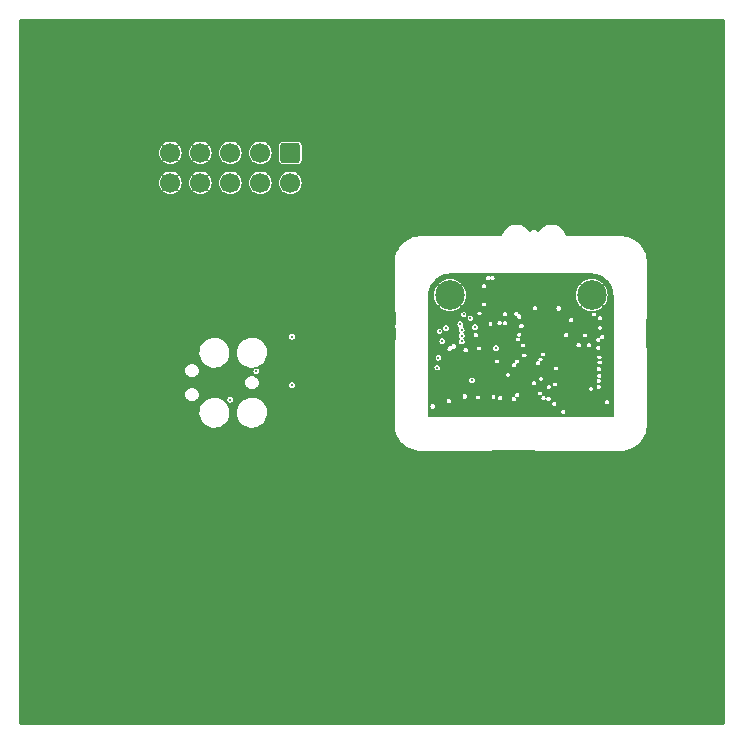
<source format=gbr>
%TF.GenerationSoftware,KiCad,Pcbnew,7.0.6*%
%TF.CreationDate,2023-09-10T10:14:11-04:00*%
%TF.ProjectId,headstage-neuropix1e,68656164-7374-4616-9765-2d6e6575726f,B*%
%TF.SameCoordinates,Original*%
%TF.FileFunction,Copper,L2,Inr*%
%TF.FilePolarity,Positive*%
%FSLAX46Y46*%
G04 Gerber Fmt 4.6, Leading zero omitted, Abs format (unit mm)*
G04 Created by KiCad (PCBNEW 7.0.6) date 2023-09-10 10:14:11*
%MOMM*%
%LPD*%
G01*
G04 APERTURE LIST*
G04 Aperture macros list*
%AMRoundRect*
0 Rectangle with rounded corners*
0 $1 Rounding radius*
0 $2 $3 $4 $5 $6 $7 $8 $9 X,Y pos of 4 corners*
0 Add a 4 corners polygon primitive as box body*
4,1,4,$2,$3,$4,$5,$6,$7,$8,$9,$2,$3,0*
0 Add four circle primitives for the rounded corners*
1,1,$1+$1,$2,$3*
1,1,$1+$1,$4,$5*
1,1,$1+$1,$6,$7*
1,1,$1+$1,$8,$9*
0 Add four rect primitives between the rounded corners*
20,1,$1+$1,$2,$3,$4,$5,0*
20,1,$1+$1,$4,$5,$6,$7,0*
20,1,$1+$1,$6,$7,$8,$9,0*
20,1,$1+$1,$8,$9,$2,$3,0*%
G04 Aperture macros list end*
%TA.AperFunction,ComponentPad*%
%ADD10C,2.500000*%
%TD*%
%TA.AperFunction,ComponentPad*%
%ADD11RoundRect,0.250000X-0.600000X0.600000X-0.600000X-0.600000X0.600000X-0.600000X0.600000X0.600000X0*%
%TD*%
%TA.AperFunction,ComponentPad*%
%ADD12C,1.700000*%
%TD*%
%TA.AperFunction,ViaPad*%
%ADD13C,0.300000*%
%TD*%
%TA.AperFunction,ViaPad*%
%ADD14C,0.250000*%
%TD*%
G04 APERTURE END LIST*
D10*
%TO.N,GND*%
%TO.C,TP1*%
X136600000Y-88500000D03*
%TD*%
D11*
%TO.N,+4V*%
%TO.C,J3*%
X123080000Y-76447500D03*
D12*
X123080000Y-78987500D03*
%TO.N,/Neuropixels 1.0/SCL*%
X120540000Y-76447500D03*
X120540000Y-78987500D03*
%TO.N,/Neuropixels 1.0/SDA*%
X118000000Y-76447500D03*
X118000000Y-78987500D03*
%TO.N,GND*%
X115460000Y-76447500D03*
X115460000Y-78987500D03*
X112920000Y-76447500D03*
X112920000Y-78987500D03*
%TD*%
D10*
%TO.N,GND*%
%TO.C,TP2*%
X148600000Y-88500000D03*
%TD*%
D13*
%TO.N,GND*%
X146990000Y-95640000D03*
X104670000Y-77610000D03*
X152750000Y-106940000D03*
D14*
X146890000Y-88250000D03*
D13*
X144416061Y-81338202D03*
X130400000Y-83630000D03*
D14*
X150070000Y-89260000D03*
X134975500Y-91950000D03*
D13*
X135160000Y-95280000D03*
D14*
X147512132Y-94349665D03*
D13*
X156300000Y-121900000D03*
D14*
X141834896Y-94124533D03*
D13*
X140493550Y-95522998D03*
X144590000Y-98100500D03*
X140490000Y-96050000D03*
X129640000Y-110300000D03*
X135910000Y-93110000D03*
X144800000Y-92380500D03*
X136859092Y-95550000D03*
D14*
X148340000Y-95010000D03*
D13*
X135390000Y-98510000D03*
X106460000Y-93330000D03*
X137380000Y-106710000D03*
D14*
X144880000Y-90270000D03*
D13*
X144700000Y-87450000D03*
X135640000Y-73600000D03*
X135200000Y-97200000D03*
D14*
X146950000Y-89250000D03*
X147020000Y-96330000D03*
D13*
X138330000Y-96590000D03*
D14*
X140040000Y-91890000D03*
D13*
X141050000Y-87000000D03*
X146500000Y-93600000D03*
D14*
X142400000Y-95600000D03*
X148900000Y-93590000D03*
D13*
X150520000Y-80190000D03*
D14*
X145950000Y-94700000D03*
X146450000Y-89150000D03*
D13*
X138000000Y-89850000D03*
D14*
X139614453Y-93024500D03*
D13*
X150000000Y-96750000D03*
D14*
X138080000Y-87680000D03*
D13*
X155510000Y-95710000D03*
X138440000Y-97170000D03*
X106760000Y-112810000D03*
X149850000Y-98400000D03*
D14*
X147710000Y-96340000D03*
D13*
X145340000Y-93660000D03*
X147700000Y-93450000D03*
X147580000Y-95640000D03*
D14*
X142900000Y-95450000D03*
X136830000Y-91840000D03*
X141568020Y-92308292D03*
X142630000Y-97340000D03*
D13*
X136160092Y-94530000D03*
X126680000Y-71747500D03*
X135200000Y-89780000D03*
X156700000Y-69100000D03*
X155800000Y-87500000D03*
D14*
X148800000Y-92950500D03*
X146800000Y-90050000D03*
D13*
X140310000Y-96450000D03*
X143000000Y-87400000D03*
X146120000Y-95699500D03*
D14*
X142444101Y-92894101D03*
X145950000Y-90100000D03*
X145320000Y-89380000D03*
X145780000Y-96290000D03*
D13*
X135890000Y-90120000D03*
D14*
X148100000Y-90000000D03*
D13*
X138990000Y-96490000D03*
X107600000Y-104500000D03*
X148150000Y-97670000D03*
X146940000Y-87070000D03*
X103100000Y-122100000D03*
X145266637Y-78141210D03*
X149700000Y-89900000D03*
X144310000Y-91350000D03*
X143524500Y-93600000D03*
D14*
X146400000Y-90050000D03*
D13*
X137220000Y-97050000D03*
D14*
X138780000Y-94020000D03*
D13*
X136910000Y-80250000D03*
D14*
X138040500Y-91920000D03*
X141070000Y-93025498D03*
X143300899Y-91989101D03*
D13*
X145570000Y-87160000D03*
D14*
X144280000Y-90250000D03*
D13*
X105450000Y-70470000D03*
D14*
X144840000Y-96930000D03*
D13*
X137480000Y-96470000D03*
X143800000Y-86950000D03*
D14*
X143590000Y-96500000D03*
D13*
X117520000Y-69930000D03*
D14*
X141210000Y-94430000D03*
D13*
X145200000Y-72300000D03*
X154200000Y-101500000D03*
X135190000Y-96310000D03*
D14*
X141100000Y-91600000D03*
D13*
X103900000Y-84800000D03*
D14*
X147400000Y-89550000D03*
D13*
X128400000Y-101000000D03*
X143230000Y-96010000D03*
D14*
X136850000Y-94637500D03*
D13*
X139070000Y-86840000D03*
X139030000Y-95680000D03*
X114560000Y-86760000D03*
X137490000Y-94010000D03*
X137440000Y-86960000D03*
%TO.N,+1V8*%
X140474059Y-92959710D03*
X137471779Y-90951779D03*
X137590000Y-92420000D03*
D14*
X135505500Y-94637298D03*
D13*
%TO.N,+1.2VA*%
X136247871Y-91301612D03*
D14*
%TO.N,+1V2*%
X135617490Y-93803077D03*
D13*
X138460000Y-95710000D03*
X137590000Y-91420000D03*
D14*
%TO.N,+4V*%
X135711619Y-91548996D03*
D13*
X120200000Y-94945000D03*
X137590000Y-91920000D03*
X138730517Y-91170645D03*
D14*
%TO.N,/Neuropixels 1.0/SDA*%
X138314130Y-90444500D03*
D13*
X123200000Y-92000000D03*
X123210000Y-96120000D03*
%TO.N,/Neuropixels 1.0/SCL*%
X118000000Y-97340000D03*
D14*
X137757636Y-90135500D03*
D13*
%TO.N,+1.8VA*%
X135950000Y-92390000D03*
%TD*%
%TA.AperFunction,Conductor*%
%TO.N,GND*%
G36*
X144517752Y-86582952D02*
G01*
X144601918Y-86617816D01*
X144766233Y-86650500D01*
X144830186Y-86650500D01*
X148565649Y-86650500D01*
X148599199Y-86650500D01*
X148600784Y-86650551D01*
X148839807Y-86666218D01*
X148842983Y-86666636D01*
X149077125Y-86713209D01*
X149080200Y-86714034D01*
X149306253Y-86790769D01*
X149309216Y-86791997D01*
X149333694Y-86804068D01*
X149523313Y-86897577D01*
X149526083Y-86899176D01*
X149724568Y-87031800D01*
X149727110Y-87033751D01*
X149906590Y-87191150D01*
X149908849Y-87193409D01*
X149937927Y-87226566D01*
X150066246Y-87372886D01*
X150068199Y-87375431D01*
X150200820Y-87573912D01*
X150202424Y-87576690D01*
X150308002Y-87790783D01*
X150309230Y-87793746D01*
X150385965Y-88019799D01*
X150386792Y-88022884D01*
X150416557Y-88172523D01*
X150433362Y-88257011D01*
X150433781Y-88260191D01*
X150440974Y-88369919D01*
X150449448Y-88499215D01*
X150449500Y-88500800D01*
X150449500Y-90265649D01*
X150449500Y-90300000D01*
X150449500Y-90400656D01*
X150449501Y-90400661D01*
X150449687Y-90402788D01*
X150449563Y-90402798D01*
X150450000Y-90407778D01*
X150450000Y-93012222D01*
X150449564Y-93017204D01*
X150449686Y-93017215D01*
X150449500Y-93019340D01*
X150449500Y-98800500D01*
X150435148Y-98835148D01*
X150400500Y-98849500D01*
X143919340Y-98849500D01*
X143917215Y-98849686D01*
X143917204Y-98849564D01*
X143912222Y-98850000D01*
X140107778Y-98850000D01*
X140102795Y-98849564D01*
X140102785Y-98849686D01*
X140100660Y-98849500D01*
X140100656Y-98849500D01*
X140019814Y-98849500D01*
X134799500Y-98849500D01*
X134764852Y-98835148D01*
X134750500Y-98800500D01*
X134750500Y-98347373D01*
X146005740Y-98347373D01*
X146023565Y-98425474D01*
X146023569Y-98425481D01*
X146073517Y-98488112D01*
X146073519Y-98488113D01*
X146145691Y-98522870D01*
X146145693Y-98522870D01*
X146145696Y-98522872D01*
X146145698Y-98522872D01*
X146225808Y-98522872D01*
X146225810Y-98522872D01*
X146297989Y-98488112D01*
X146347939Y-98425477D01*
X146357623Y-98383052D01*
X146365766Y-98347373D01*
X146365766Y-98347370D01*
X146347940Y-98269269D01*
X146347936Y-98269262D01*
X146297988Y-98206631D01*
X146297986Y-98206630D01*
X146225814Y-98171873D01*
X146225811Y-98171872D01*
X146225810Y-98171872D01*
X146145696Y-98171872D01*
X146145695Y-98171872D01*
X146145691Y-98171873D01*
X146073519Y-98206630D01*
X146073517Y-98206631D01*
X146023569Y-98269262D01*
X146023565Y-98269269D01*
X146005740Y-98347370D01*
X146005740Y-98347373D01*
X134750500Y-98347373D01*
X134750500Y-97900000D01*
X134944344Y-97900000D01*
X134964710Y-97989231D01*
X134964712Y-97989235D01*
X135021774Y-98060786D01*
X135021776Y-98060788D01*
X135104234Y-98100499D01*
X135104235Y-98100499D01*
X135104237Y-98100500D01*
X135104239Y-98100500D01*
X135195761Y-98100500D01*
X135195763Y-98100500D01*
X135278224Y-98060788D01*
X135335290Y-97989231D01*
X135355656Y-97900000D01*
X135335290Y-97810769D01*
X135335288Y-97810767D01*
X135335287Y-97810764D01*
X135278225Y-97739213D01*
X135278223Y-97739211D01*
X135195765Y-97699500D01*
X145239987Y-97699500D01*
X145257812Y-97777602D01*
X145257816Y-97777609D01*
X145307764Y-97840240D01*
X145307766Y-97840241D01*
X145379938Y-97874998D01*
X145379940Y-97874998D01*
X145379943Y-97875000D01*
X145379945Y-97875000D01*
X145460055Y-97875000D01*
X145460057Y-97875000D01*
X145532236Y-97840240D01*
X145582186Y-97777605D01*
X145600013Y-97699500D01*
X145598014Y-97690740D01*
X145582187Y-97621397D01*
X145582183Y-97621390D01*
X145532235Y-97558759D01*
X145532233Y-97558758D01*
X145514049Y-97550001D01*
X149719487Y-97550001D01*
X149737312Y-97628102D01*
X149737316Y-97628109D01*
X149787264Y-97690740D01*
X149787266Y-97690741D01*
X149859438Y-97725498D01*
X149859440Y-97725498D01*
X149859443Y-97725500D01*
X149859445Y-97725500D01*
X149939555Y-97725500D01*
X149939557Y-97725500D01*
X150011736Y-97690740D01*
X150061686Y-97628105D01*
X150071003Y-97587288D01*
X150079513Y-97550001D01*
X150079513Y-97549998D01*
X150061687Y-97471897D01*
X150061683Y-97471890D01*
X150011735Y-97409259D01*
X150011733Y-97409258D01*
X149939561Y-97374501D01*
X149939558Y-97374500D01*
X149939557Y-97374500D01*
X149859443Y-97374500D01*
X149859442Y-97374500D01*
X149859438Y-97374501D01*
X149787266Y-97409258D01*
X149787264Y-97409259D01*
X149737316Y-97471890D01*
X149737312Y-97471897D01*
X149719487Y-97549998D01*
X149719487Y-97550001D01*
X145514049Y-97550001D01*
X145460061Y-97524001D01*
X145460058Y-97524000D01*
X145460057Y-97524000D01*
X145379943Y-97524000D01*
X145379942Y-97524000D01*
X145379938Y-97524001D01*
X145307766Y-97558758D01*
X145307764Y-97558759D01*
X145257816Y-97621390D01*
X145257812Y-97621397D01*
X145239987Y-97699498D01*
X145239987Y-97699500D01*
X135195765Y-97699500D01*
X135195763Y-97699500D01*
X135104237Y-97699500D01*
X135104234Y-97699500D01*
X135021776Y-97739211D01*
X135021774Y-97739213D01*
X134964712Y-97810764D01*
X134964710Y-97810768D01*
X134944344Y-97900000D01*
X134750500Y-97900000D01*
X134750500Y-97426502D01*
X136303936Y-97426502D01*
X136314297Y-97471897D01*
X136324302Y-97515733D01*
X136324304Y-97515737D01*
X136381366Y-97587288D01*
X136381368Y-97587290D01*
X136463826Y-97627001D01*
X136463827Y-97627001D01*
X136463829Y-97627002D01*
X136463831Y-97627002D01*
X136555353Y-97627002D01*
X136555355Y-97627002D01*
X136637816Y-97587290D01*
X136694882Y-97515733D01*
X136715248Y-97426502D01*
X136694882Y-97337271D01*
X136694880Y-97337269D01*
X136694879Y-97337266D01*
X136637817Y-97265715D01*
X136637815Y-97265713D01*
X136555357Y-97226002D01*
X136555355Y-97226002D01*
X136463829Y-97226002D01*
X136463826Y-97226002D01*
X136381368Y-97265713D01*
X136381366Y-97265715D01*
X136324304Y-97337266D01*
X136324302Y-97337270D01*
X136307534Y-97410740D01*
X136303936Y-97426502D01*
X134750500Y-97426502D01*
X134750500Y-97063949D01*
X137658695Y-97063949D01*
X137679061Y-97153180D01*
X137679063Y-97153184D01*
X137736125Y-97224735D01*
X137736127Y-97224737D01*
X137818585Y-97264448D01*
X137818586Y-97264448D01*
X137818588Y-97264449D01*
X137818590Y-97264449D01*
X137910112Y-97264449D01*
X137910114Y-97264449D01*
X137992575Y-97224737D01*
X138043202Y-97161254D01*
X138049638Y-97153184D01*
X138049638Y-97153183D01*
X138049641Y-97153180D01*
X138050367Y-97150001D01*
X138819987Y-97150001D01*
X138837812Y-97228102D01*
X138837816Y-97228109D01*
X138887764Y-97290740D01*
X138887766Y-97290741D01*
X138959938Y-97325498D01*
X138959940Y-97325498D01*
X138959943Y-97325500D01*
X138959945Y-97325500D01*
X139040055Y-97325500D01*
X139040057Y-97325500D01*
X139112236Y-97290740D01*
X139160360Y-97230395D01*
X139162183Y-97228109D01*
X139162183Y-97228108D01*
X139162186Y-97228105D01*
X139163604Y-97221895D01*
X139180013Y-97150001D01*
X139180013Y-97149998D01*
X139164037Y-97080001D01*
X140109987Y-97080001D01*
X140127812Y-97158102D01*
X140127816Y-97158109D01*
X140177764Y-97220740D01*
X140177766Y-97220741D01*
X140249938Y-97255498D01*
X140249940Y-97255498D01*
X140249943Y-97255500D01*
X140249945Y-97255500D01*
X140330055Y-97255500D01*
X140330057Y-97255500D01*
X140402236Y-97220740D01*
X140418775Y-97200001D01*
X140669987Y-97200001D01*
X140687812Y-97278102D01*
X140687816Y-97278109D01*
X140737764Y-97340740D01*
X140737766Y-97340741D01*
X140809938Y-97375498D01*
X140809940Y-97375498D01*
X140809943Y-97375500D01*
X140809945Y-97375500D01*
X140890055Y-97375500D01*
X140890057Y-97375500D01*
X140962236Y-97340740D01*
X140994724Y-97300001D01*
X141819987Y-97300001D01*
X141837812Y-97378102D01*
X141837816Y-97378109D01*
X141887764Y-97440740D01*
X141887766Y-97440741D01*
X141959938Y-97475498D01*
X141959940Y-97475498D01*
X141959943Y-97475500D01*
X141959945Y-97475500D01*
X142040055Y-97475500D01*
X142040057Y-97475500D01*
X142112236Y-97440740D01*
X142162186Y-97378105D01*
X142168374Y-97350996D01*
X142180013Y-97300001D01*
X142180013Y-97299998D01*
X142162187Y-97221897D01*
X142162185Y-97221893D01*
X142144724Y-97199998D01*
X142125186Y-97175499D01*
X144334487Y-97175499D01*
X144352312Y-97253600D01*
X144352316Y-97253607D01*
X144402264Y-97316238D01*
X144402266Y-97316239D01*
X144474438Y-97350996D01*
X144474440Y-97350996D01*
X144474443Y-97350998D01*
X144474445Y-97350998D01*
X144554555Y-97350998D01*
X144554557Y-97350998D01*
X144626736Y-97316238D01*
X144668037Y-97264449D01*
X144676684Y-97253606D01*
X144676684Y-97253604D01*
X144676686Y-97253603D01*
X144676686Y-97253600D01*
X144676838Y-97253287D01*
X144677189Y-97252972D01*
X144680129Y-97249287D01*
X144680754Y-97249786D01*
X144704800Y-97228295D01*
X144742244Y-97230395D01*
X144767236Y-97258357D01*
X144768317Y-97264717D01*
X144768758Y-97264617D01*
X144787812Y-97348102D01*
X144787816Y-97348109D01*
X144837764Y-97410740D01*
X144837766Y-97410741D01*
X144909938Y-97445498D01*
X144909940Y-97445498D01*
X144909943Y-97445500D01*
X144909945Y-97445500D01*
X144990055Y-97445500D01*
X144990057Y-97445500D01*
X145062236Y-97410740D01*
X145109879Y-97350998D01*
X145112183Y-97348109D01*
X145112183Y-97348108D01*
X145112186Y-97348105D01*
X145114037Y-97339998D01*
X145130013Y-97270001D01*
X145130013Y-97269998D01*
X145112187Y-97191897D01*
X145112183Y-97191890D01*
X145063015Y-97130237D01*
X145062236Y-97129260D01*
X145062235Y-97129259D01*
X145062233Y-97129258D01*
X144990061Y-97094501D01*
X144990058Y-97094500D01*
X144990057Y-97094500D01*
X144909943Y-97094500D01*
X144909942Y-97094500D01*
X144909938Y-97094501D01*
X144837766Y-97129258D01*
X144837764Y-97129259D01*
X144787813Y-97191894D01*
X144787660Y-97192213D01*
X144787309Y-97192525D01*
X144784371Y-97196211D01*
X144783744Y-97195711D01*
X144759696Y-97217203D01*
X144722253Y-97215100D01*
X144697263Y-97187136D01*
X144696182Y-97180780D01*
X144695742Y-97180881D01*
X144676687Y-97097395D01*
X144676683Y-97097388D01*
X144626735Y-97034757D01*
X144626733Y-97034756D01*
X144554561Y-96999999D01*
X144554558Y-96999998D01*
X144554557Y-96999998D01*
X144474443Y-96999998D01*
X144474442Y-96999998D01*
X144474438Y-96999999D01*
X144402266Y-97034756D01*
X144402264Y-97034757D01*
X144352316Y-97097388D01*
X144352312Y-97097395D01*
X144334487Y-97175496D01*
X144334487Y-97175499D01*
X142125186Y-97175499D01*
X142117822Y-97166265D01*
X142116378Y-97161254D01*
X142040061Y-97124501D01*
X142040058Y-97124500D01*
X142040057Y-97124500D01*
X141959943Y-97124500D01*
X141959942Y-97124500D01*
X141959938Y-97124501D01*
X141887766Y-97159258D01*
X141887764Y-97159259D01*
X141837816Y-97221890D01*
X141837812Y-97221897D01*
X141819987Y-97299998D01*
X141819987Y-97300001D01*
X140994724Y-97300001D01*
X141012186Y-97278105D01*
X141014037Y-97269998D01*
X141030013Y-97200001D01*
X141030013Y-97199998D01*
X141012187Y-97121897D01*
X141012183Y-97121890D01*
X140967070Y-97065322D01*
X140962236Y-97059260D01*
X140962235Y-97059259D01*
X140962233Y-97059258D01*
X140890061Y-97024501D01*
X140890058Y-97024500D01*
X140890057Y-97024500D01*
X140809943Y-97024500D01*
X140809942Y-97024500D01*
X140809938Y-97024501D01*
X140737766Y-97059258D01*
X140737764Y-97059259D01*
X140687816Y-97121890D01*
X140687812Y-97121897D01*
X140669987Y-97199998D01*
X140669987Y-97200001D01*
X140418775Y-97200001D01*
X140452186Y-97158105D01*
X140454037Y-97149998D01*
X140470013Y-97080001D01*
X140470013Y-97079998D01*
X140452187Y-97001897D01*
X140452183Y-97001890D01*
X140414579Y-96954738D01*
X142116488Y-96954738D01*
X142134313Y-97032839D01*
X142134317Y-97032846D01*
X142178677Y-97088470D01*
X142180121Y-97093482D01*
X142256439Y-97130235D01*
X142256441Y-97130235D01*
X142256444Y-97130237D01*
X142256446Y-97130237D01*
X142336556Y-97130237D01*
X142336558Y-97130237D01*
X142408737Y-97095477D01*
X142458687Y-97032842D01*
X142464070Y-97009260D01*
X142476514Y-96954738D01*
X142476514Y-96954735D01*
X142458688Y-96876634D01*
X142458684Y-96876627D01*
X142408736Y-96813996D01*
X142408734Y-96813995D01*
X142396834Y-96808264D01*
X144013176Y-96808264D01*
X144031001Y-96886365D01*
X144031005Y-96886372D01*
X144080953Y-96949003D01*
X144080955Y-96949004D01*
X144153127Y-96983761D01*
X144153129Y-96983761D01*
X144153132Y-96983763D01*
X144153134Y-96983763D01*
X144233244Y-96983763D01*
X144233246Y-96983763D01*
X144305425Y-96949003D01*
X144355375Y-96886368D01*
X144357599Y-96876627D01*
X144373202Y-96808264D01*
X144373202Y-96808261D01*
X144355376Y-96730160D01*
X144355372Y-96730153D01*
X144305424Y-96667522D01*
X144305422Y-96667521D01*
X144233250Y-96632764D01*
X144233247Y-96632763D01*
X144233246Y-96632763D01*
X144153132Y-96632763D01*
X144153131Y-96632763D01*
X144153127Y-96632764D01*
X144080955Y-96667521D01*
X144080953Y-96667522D01*
X144031005Y-96730153D01*
X144031001Y-96730160D01*
X144013176Y-96808261D01*
X144013176Y-96808264D01*
X142396834Y-96808264D01*
X142336562Y-96779238D01*
X142336559Y-96779237D01*
X142336558Y-96779237D01*
X142256444Y-96779237D01*
X142256443Y-96779237D01*
X142256439Y-96779238D01*
X142184267Y-96813995D01*
X142184265Y-96813996D01*
X142134317Y-96876627D01*
X142134313Y-96876634D01*
X142116488Y-96954735D01*
X142116488Y-96954738D01*
X140414579Y-96954738D01*
X140402235Y-96939259D01*
X140402233Y-96939258D01*
X140330061Y-96904501D01*
X140330058Y-96904500D01*
X140330057Y-96904500D01*
X140249943Y-96904500D01*
X140249942Y-96904500D01*
X140249938Y-96904501D01*
X140177766Y-96939258D01*
X140177764Y-96939259D01*
X140127816Y-97001890D01*
X140127812Y-97001897D01*
X140109987Y-97079998D01*
X140109987Y-97080001D01*
X139164037Y-97080001D01*
X139162187Y-97071897D01*
X139162183Y-97071890D01*
X139112235Y-97009259D01*
X139112233Y-97009258D01*
X139040061Y-96974501D01*
X139040058Y-96974500D01*
X139040057Y-96974500D01*
X138959943Y-96974500D01*
X138959942Y-96974500D01*
X138959938Y-96974501D01*
X138887766Y-97009258D01*
X138887764Y-97009259D01*
X138837816Y-97071890D01*
X138837812Y-97071897D01*
X138819987Y-97149998D01*
X138819987Y-97150001D01*
X138050367Y-97150001D01*
X138070007Y-97063949D01*
X138049641Y-96974718D01*
X138049639Y-96974716D01*
X138049638Y-96974713D01*
X137992576Y-96903162D01*
X137992574Y-96903160D01*
X137910116Y-96863449D01*
X137910114Y-96863449D01*
X137818588Y-96863449D01*
X137818585Y-96863449D01*
X137736127Y-96903160D01*
X137736125Y-96903162D01*
X137679063Y-96974713D01*
X137679061Y-96974717D01*
X137658695Y-97063949D01*
X134750500Y-97063949D01*
X134750500Y-96278056D01*
X144790164Y-96278056D01*
X144807989Y-96356157D01*
X144807993Y-96356164D01*
X144857941Y-96418795D01*
X144857943Y-96418796D01*
X144930115Y-96453553D01*
X144930117Y-96453553D01*
X144930120Y-96453555D01*
X144930122Y-96453555D01*
X145010232Y-96453555D01*
X145010234Y-96453555D01*
X145082413Y-96418795D01*
X145097401Y-96400001D01*
X148369987Y-96400001D01*
X148387812Y-96478102D01*
X148387816Y-96478109D01*
X148437764Y-96540740D01*
X148437766Y-96540741D01*
X148509938Y-96575498D01*
X148509940Y-96575498D01*
X148509943Y-96575500D01*
X148509945Y-96575500D01*
X148590055Y-96575500D01*
X148590057Y-96575500D01*
X148662236Y-96540740D01*
X148712186Y-96478105D01*
X148713580Y-96472000D01*
X148730013Y-96400001D01*
X148730013Y-96399998D01*
X148712187Y-96321897D01*
X148712183Y-96321890D01*
X148662235Y-96259259D01*
X148662233Y-96259258D01*
X148643011Y-96250001D01*
X149019987Y-96250001D01*
X149037812Y-96328102D01*
X149037816Y-96328109D01*
X149087764Y-96390740D01*
X149087766Y-96390741D01*
X149159938Y-96425498D01*
X149159940Y-96425498D01*
X149159943Y-96425500D01*
X149159945Y-96425500D01*
X149240055Y-96425500D01*
X149240057Y-96425500D01*
X149312236Y-96390740D01*
X149362186Y-96328105D01*
X149363604Y-96321895D01*
X149380013Y-96250001D01*
X149380013Y-96249998D01*
X149362187Y-96171897D01*
X149362183Y-96171890D01*
X149312235Y-96109259D01*
X149312233Y-96109258D01*
X149240061Y-96074501D01*
X149240058Y-96074500D01*
X149240057Y-96074500D01*
X149159943Y-96074500D01*
X149159942Y-96074500D01*
X149159938Y-96074501D01*
X149087766Y-96109258D01*
X149087764Y-96109259D01*
X149037816Y-96171890D01*
X149037812Y-96171897D01*
X149019987Y-96249998D01*
X149019987Y-96250001D01*
X148643011Y-96250001D01*
X148590061Y-96224501D01*
X148590058Y-96224500D01*
X148590057Y-96224500D01*
X148509943Y-96224500D01*
X148509942Y-96224500D01*
X148509938Y-96224501D01*
X148437766Y-96259258D01*
X148437764Y-96259259D01*
X148387816Y-96321890D01*
X148387812Y-96321897D01*
X148369987Y-96399998D01*
X148369987Y-96400001D01*
X145097401Y-96400001D01*
X145132363Y-96356160D01*
X145132408Y-96355966D01*
X145150190Y-96278056D01*
X145150190Y-96278053D01*
X145132364Y-96199952D01*
X145132360Y-96199945D01*
X145082412Y-96137314D01*
X145082410Y-96137313D01*
X145010238Y-96102556D01*
X145010235Y-96102555D01*
X145010234Y-96102555D01*
X144930120Y-96102555D01*
X144930119Y-96102555D01*
X144930115Y-96102556D01*
X144857943Y-96137313D01*
X144857941Y-96137314D01*
X144807993Y-96199945D01*
X144807989Y-96199952D01*
X144790164Y-96278053D01*
X144790164Y-96278056D01*
X134750500Y-96278056D01*
X134750500Y-95710001D01*
X138204592Y-95710001D01*
X138224033Y-95807739D01*
X138279398Y-95890601D01*
X138362260Y-95945966D01*
X138459998Y-95965408D01*
X138460000Y-95965408D01*
X138460002Y-95965408D01*
X138525160Y-95952446D01*
X138557740Y-95945966D01*
X138558436Y-95945501D01*
X143537357Y-95945501D01*
X143555182Y-96023602D01*
X143555186Y-96023609D01*
X143605134Y-96086240D01*
X143605136Y-96086241D01*
X143677308Y-96120998D01*
X143677310Y-96120998D01*
X143677313Y-96121000D01*
X143677315Y-96121000D01*
X143757425Y-96121000D01*
X143757427Y-96121000D01*
X143829606Y-96086240D01*
X143862892Y-96044501D01*
X145309987Y-96044501D01*
X145327812Y-96122602D01*
X145327816Y-96122609D01*
X145377764Y-96185240D01*
X145377766Y-96185241D01*
X145449938Y-96219998D01*
X145449940Y-96219998D01*
X145449943Y-96220000D01*
X145449945Y-96220000D01*
X145530055Y-96220000D01*
X145530057Y-96220000D01*
X145602236Y-96185240D01*
X145652186Y-96122605D01*
X145652553Y-96121000D01*
X145670013Y-96044501D01*
X145670013Y-96044498D01*
X145652187Y-95966397D01*
X145652183Y-95966390D01*
X145602235Y-95903759D01*
X145602233Y-95903758D01*
X145530061Y-95869001D01*
X145530058Y-95869000D01*
X145530057Y-95869000D01*
X145449943Y-95869000D01*
X145449942Y-95869000D01*
X145449938Y-95869001D01*
X145377766Y-95903758D01*
X145377764Y-95903759D01*
X145327816Y-95966390D01*
X145327812Y-95966397D01*
X145309987Y-96044498D01*
X145309987Y-96044501D01*
X143862892Y-96044501D01*
X143879556Y-96023605D01*
X143892614Y-95966397D01*
X143897383Y-95945501D01*
X143897383Y-95945498D01*
X143879557Y-95867397D01*
X143879553Y-95867390D01*
X143829605Y-95804759D01*
X143829603Y-95804758D01*
X143757431Y-95770001D01*
X143757428Y-95770000D01*
X143757427Y-95770000D01*
X143677313Y-95770000D01*
X143677312Y-95770000D01*
X143677308Y-95770001D01*
X143605136Y-95804758D01*
X143605134Y-95804759D01*
X143555186Y-95867390D01*
X143555182Y-95867397D01*
X143537357Y-95945498D01*
X143537357Y-95945501D01*
X138558436Y-95945501D01*
X138640601Y-95890601D01*
X138695966Y-95807740D01*
X138707451Y-95750001D01*
X149019987Y-95750001D01*
X149037812Y-95828102D01*
X149037816Y-95828109D01*
X149087764Y-95890740D01*
X149087766Y-95890741D01*
X149159938Y-95925498D01*
X149159940Y-95925498D01*
X149159943Y-95925500D01*
X149159945Y-95925500D01*
X149240055Y-95925500D01*
X149240057Y-95925500D01*
X149312236Y-95890740D01*
X149362186Y-95828105D01*
X149366835Y-95807739D01*
X149380013Y-95750001D01*
X149380013Y-95749998D01*
X149362187Y-95671897D01*
X149362183Y-95671890D01*
X149312235Y-95609259D01*
X149312233Y-95609258D01*
X149240061Y-95574501D01*
X149240058Y-95574500D01*
X149240057Y-95574500D01*
X149159943Y-95574500D01*
X149159942Y-95574500D01*
X149159938Y-95574501D01*
X149087766Y-95609258D01*
X149087764Y-95609259D01*
X149037816Y-95671890D01*
X149037812Y-95671897D01*
X149019987Y-95749998D01*
X149019987Y-95750001D01*
X138707451Y-95750001D01*
X138715408Y-95710000D01*
X138707828Y-95671895D01*
X138695966Y-95612260D01*
X138654367Y-95550001D01*
X144119987Y-95550001D01*
X144137812Y-95628102D01*
X144137816Y-95628109D01*
X144187764Y-95690740D01*
X144187766Y-95690741D01*
X144259938Y-95725498D01*
X144259940Y-95725498D01*
X144259943Y-95725500D01*
X144259945Y-95725500D01*
X144340055Y-95725500D01*
X144340057Y-95725500D01*
X144412236Y-95690740D01*
X144462186Y-95628105D01*
X144466488Y-95609260D01*
X144480013Y-95550001D01*
X144480013Y-95549998D01*
X144462187Y-95471897D01*
X144462183Y-95471890D01*
X144412235Y-95409259D01*
X144412233Y-95409258D01*
X144340061Y-95374501D01*
X144340058Y-95374500D01*
X144340057Y-95374500D01*
X144259943Y-95374500D01*
X144259942Y-95374500D01*
X144259938Y-95374501D01*
X144187766Y-95409258D01*
X144187764Y-95409259D01*
X144137816Y-95471890D01*
X144137812Y-95471897D01*
X144119987Y-95549998D01*
X144119987Y-95550001D01*
X138654367Y-95550001D01*
X138640601Y-95529398D01*
X138557739Y-95474033D01*
X138460002Y-95454592D01*
X138459998Y-95454592D01*
X138362260Y-95474033D01*
X138279398Y-95529398D01*
X138224033Y-95612260D01*
X138204592Y-95709998D01*
X138204592Y-95710001D01*
X134750500Y-95710001D01*
X134750500Y-95223499D01*
X141319987Y-95223499D01*
X141337812Y-95301600D01*
X141337816Y-95301607D01*
X141387764Y-95364238D01*
X141387766Y-95364239D01*
X141459938Y-95398996D01*
X141459940Y-95398996D01*
X141459943Y-95398998D01*
X141459945Y-95398998D01*
X141540055Y-95398998D01*
X141540057Y-95398998D01*
X141612236Y-95364238D01*
X141662186Y-95301603D01*
X141662552Y-95300001D01*
X149049987Y-95300001D01*
X149067812Y-95378102D01*
X149067816Y-95378109D01*
X149117764Y-95440740D01*
X149117766Y-95440741D01*
X149189938Y-95475498D01*
X149189940Y-95475498D01*
X149189943Y-95475500D01*
X149189945Y-95475500D01*
X149270055Y-95475500D01*
X149270057Y-95475500D01*
X149342236Y-95440740D01*
X149392186Y-95378105D01*
X149410013Y-95300000D01*
X149408177Y-95291954D01*
X149392187Y-95221897D01*
X149392183Y-95221890D01*
X149342235Y-95159259D01*
X149342233Y-95159258D01*
X149270061Y-95124501D01*
X149270058Y-95124500D01*
X149270057Y-95124500D01*
X149189943Y-95124500D01*
X149189942Y-95124500D01*
X149189938Y-95124501D01*
X149117766Y-95159258D01*
X149117764Y-95159259D01*
X149067816Y-95221890D01*
X149067812Y-95221897D01*
X149049987Y-95299998D01*
X149049987Y-95300001D01*
X141662552Y-95300001D01*
X141662553Y-95299998D01*
X141680013Y-95223499D01*
X141680013Y-95223496D01*
X141662187Y-95145395D01*
X141662183Y-95145388D01*
X141612235Y-95082757D01*
X141612233Y-95082756D01*
X141540061Y-95047999D01*
X141540058Y-95047998D01*
X141540057Y-95047998D01*
X141459943Y-95047998D01*
X141459942Y-95047998D01*
X141459938Y-95047999D01*
X141387766Y-95082756D01*
X141387764Y-95082757D01*
X141337816Y-95145388D01*
X141337812Y-95145395D01*
X141319987Y-95223496D01*
X141319987Y-95223499D01*
X134750500Y-95223499D01*
X134750500Y-94637298D01*
X135275582Y-94637298D01*
X135288054Y-94700000D01*
X135293083Y-94725284D01*
X135342922Y-94799875D01*
X135385168Y-94828102D01*
X135417514Y-94849715D01*
X135505500Y-94867216D01*
X135593486Y-94849715D01*
X135668077Y-94799875D01*
X135717917Y-94725284D01*
X135722946Y-94700001D01*
X145369987Y-94700001D01*
X145387812Y-94778102D01*
X145387816Y-94778109D01*
X145437764Y-94840740D01*
X145437766Y-94840741D01*
X145509938Y-94875498D01*
X145509940Y-94875498D01*
X145509943Y-94875500D01*
X145509945Y-94875500D01*
X145590055Y-94875500D01*
X145590057Y-94875500D01*
X145662236Y-94840740D01*
X145712186Y-94778105D01*
X145715315Y-94764399D01*
X145718601Y-94750001D01*
X149019987Y-94750001D01*
X149037812Y-94828102D01*
X149037816Y-94828109D01*
X149087764Y-94890740D01*
X149087766Y-94890741D01*
X149159938Y-94925498D01*
X149159940Y-94925498D01*
X149159943Y-94925500D01*
X149159945Y-94925500D01*
X149240055Y-94925500D01*
X149240057Y-94925500D01*
X149312236Y-94890740D01*
X149362186Y-94828105D01*
X149368630Y-94799875D01*
X149380013Y-94750001D01*
X149380013Y-94749998D01*
X149362187Y-94671897D01*
X149362183Y-94671890D01*
X149312235Y-94609259D01*
X149312233Y-94609258D01*
X149240061Y-94574501D01*
X149240058Y-94574500D01*
X149240057Y-94574500D01*
X149159943Y-94574500D01*
X149159942Y-94574500D01*
X149159938Y-94574501D01*
X149087766Y-94609258D01*
X149087764Y-94609259D01*
X149037816Y-94671890D01*
X149037812Y-94671897D01*
X149019987Y-94749998D01*
X149019987Y-94750001D01*
X145718601Y-94750001D01*
X145730013Y-94700001D01*
X145730013Y-94699998D01*
X145712187Y-94621897D01*
X145712183Y-94621890D01*
X145662235Y-94559259D01*
X145662233Y-94559258D01*
X145590061Y-94524501D01*
X145590058Y-94524500D01*
X145590057Y-94524500D01*
X145509943Y-94524500D01*
X145509942Y-94524500D01*
X145509938Y-94524501D01*
X145437766Y-94559258D01*
X145437764Y-94559259D01*
X145387816Y-94621890D01*
X145387812Y-94621897D01*
X145369987Y-94699998D01*
X145369987Y-94700001D01*
X135722946Y-94700001D01*
X135735418Y-94637298D01*
X135717917Y-94549312D01*
X135701338Y-94524500D01*
X135668077Y-94474720D01*
X135593486Y-94424881D01*
X135593485Y-94424881D01*
X135505500Y-94407380D01*
X135505499Y-94407380D01*
X135417513Y-94424881D01*
X135342922Y-94474720D01*
X135293083Y-94549311D01*
X135281239Y-94608860D01*
X135275582Y-94637298D01*
X134750500Y-94637298D01*
X134750500Y-94400001D01*
X141869987Y-94400001D01*
X141887812Y-94478102D01*
X141887816Y-94478109D01*
X141937764Y-94540740D01*
X141937766Y-94540741D01*
X142009938Y-94575498D01*
X142009940Y-94575498D01*
X142009943Y-94575500D01*
X142009945Y-94575500D01*
X142090055Y-94575500D01*
X142090057Y-94575500D01*
X142162236Y-94540740D01*
X142212186Y-94478105D01*
X142212657Y-94476044D01*
X142230013Y-94400001D01*
X142230012Y-94399998D01*
X142215269Y-94335402D01*
X142221552Y-94298430D01*
X142252138Y-94276728D01*
X142263041Y-94275500D01*
X142340055Y-94275500D01*
X142340057Y-94275500D01*
X142393006Y-94250001D01*
X143869987Y-94250001D01*
X143887812Y-94328102D01*
X143887816Y-94328109D01*
X143937764Y-94390740D01*
X143937766Y-94390741D01*
X144009938Y-94425498D01*
X144009940Y-94425498D01*
X144009943Y-94425500D01*
X144009945Y-94425500D01*
X144090055Y-94425500D01*
X144090057Y-94425500D01*
X144162236Y-94390740D01*
X144212186Y-94328105D01*
X144212502Y-94326723D01*
X144230013Y-94250001D01*
X144230013Y-94249998D01*
X144212187Y-94171898D01*
X144211856Y-94171211D01*
X144211799Y-94170198D01*
X144210958Y-94166513D01*
X144211583Y-94166370D01*
X144209752Y-94133767D01*
X144234741Y-94105802D01*
X144256003Y-94100949D01*
X144304606Y-94100949D01*
X144304608Y-94100949D01*
X144376787Y-94066189D01*
X144423259Y-94007915D01*
X144426734Y-94003558D01*
X144426734Y-94003557D01*
X144426737Y-94003554D01*
X144435388Y-93965654D01*
X144444564Y-93925450D01*
X144444564Y-93925447D01*
X144426738Y-93847346D01*
X144426734Y-93847339D01*
X144376786Y-93784708D01*
X144376784Y-93784707D01*
X144304718Y-93750001D01*
X149069489Y-93750001D01*
X149087314Y-93828102D01*
X149087318Y-93828109D01*
X149111835Y-93858851D01*
X149137266Y-93890740D01*
X149209445Y-93925500D01*
X149209447Y-93925500D01*
X149212734Y-93927083D01*
X149237724Y-93955047D01*
X149235622Y-93992491D01*
X149212735Y-94015378D01*
X149152765Y-94044259D01*
X149152764Y-94044259D01*
X149102816Y-94106890D01*
X149102812Y-94106897D01*
X149084987Y-94184998D01*
X149084987Y-94185001D01*
X149102812Y-94263102D01*
X149102816Y-94263109D01*
X149152764Y-94325740D01*
X149152766Y-94325741D01*
X149224938Y-94360498D01*
X149224940Y-94360498D01*
X149224943Y-94360500D01*
X149224945Y-94360500D01*
X149305055Y-94360500D01*
X149305057Y-94360500D01*
X149377236Y-94325740D01*
X149427186Y-94263105D01*
X149432291Y-94240741D01*
X149445013Y-94185001D01*
X149445013Y-94184998D01*
X149427187Y-94106897D01*
X149427183Y-94106890D01*
X149377235Y-94044259D01*
X149377233Y-94044258D01*
X149301767Y-94007915D01*
X149276777Y-93979952D01*
X149278880Y-93942508D01*
X149301765Y-93919621D01*
X149361738Y-93890740D01*
X149411688Y-93828105D01*
X149417401Y-93803077D01*
X149429515Y-93750001D01*
X149429515Y-93749998D01*
X149411689Y-93671897D01*
X149411685Y-93671890D01*
X149361737Y-93609259D01*
X149361735Y-93609258D01*
X149289563Y-93574501D01*
X149289560Y-93574500D01*
X149289559Y-93574500D01*
X149209445Y-93574500D01*
X149209444Y-93574500D01*
X149209440Y-93574501D01*
X149137268Y-93609258D01*
X149137266Y-93609259D01*
X149087318Y-93671890D01*
X149087314Y-93671897D01*
X149069489Y-93749998D01*
X149069489Y-93750001D01*
X144304718Y-93750001D01*
X144304612Y-93749950D01*
X144304609Y-93749949D01*
X144304608Y-93749949D01*
X144224494Y-93749949D01*
X144224493Y-93749949D01*
X144224489Y-93749950D01*
X144152317Y-93784707D01*
X144152315Y-93784708D01*
X144102367Y-93847339D01*
X144102363Y-93847346D01*
X144084538Y-93925447D01*
X144084538Y-93925450D01*
X144102363Y-94003550D01*
X144102695Y-94004238D01*
X144102751Y-94005250D01*
X144103593Y-94008936D01*
X144102967Y-94009078D01*
X144104799Y-94041682D01*
X144079810Y-94069647D01*
X144058548Y-94074500D01*
X144009943Y-94074500D01*
X144009942Y-94074500D01*
X144009938Y-94074501D01*
X143937766Y-94109258D01*
X143937764Y-94109259D01*
X143887816Y-94171890D01*
X143887812Y-94171897D01*
X143869987Y-94249998D01*
X143869987Y-94250001D01*
X142393006Y-94250001D01*
X142412236Y-94240740D01*
X142462186Y-94178105D01*
X142463604Y-94171895D01*
X142480013Y-94100001D01*
X142480013Y-94099998D01*
X142462187Y-94021897D01*
X142462183Y-94021890D01*
X142412235Y-93959259D01*
X142412233Y-93959258D01*
X142340061Y-93924501D01*
X142340058Y-93924500D01*
X142340057Y-93924500D01*
X142259943Y-93924500D01*
X142259942Y-93924500D01*
X142259938Y-93924501D01*
X142187766Y-93959258D01*
X142187764Y-93959259D01*
X142137816Y-94021890D01*
X142137812Y-94021897D01*
X142119987Y-94099998D01*
X142119987Y-94100000D01*
X142122101Y-94109260D01*
X142134731Y-94164597D01*
X142128448Y-94201570D01*
X142097862Y-94223272D01*
X142086959Y-94224500D01*
X142009943Y-94224500D01*
X142009942Y-94224500D01*
X142009938Y-94224501D01*
X141937766Y-94259258D01*
X141937764Y-94259259D01*
X141887816Y-94321890D01*
X141887812Y-94321897D01*
X141869987Y-94399998D01*
X141869987Y-94400001D01*
X134750500Y-94400001D01*
X134750500Y-94100001D01*
X140419987Y-94100001D01*
X140437812Y-94178102D01*
X140437816Y-94178109D01*
X140487764Y-94240740D01*
X140487766Y-94240741D01*
X140559938Y-94275498D01*
X140559940Y-94275498D01*
X140559943Y-94275500D01*
X140559945Y-94275500D01*
X140640055Y-94275500D01*
X140640057Y-94275500D01*
X140712236Y-94240740D01*
X140762186Y-94178105D01*
X140763604Y-94171895D01*
X140780013Y-94100001D01*
X140780013Y-94099998D01*
X140762187Y-94021897D01*
X140762183Y-94021890D01*
X140712235Y-93959259D01*
X140712233Y-93959258D01*
X140640061Y-93924501D01*
X140640058Y-93924500D01*
X140640057Y-93924500D01*
X140559943Y-93924500D01*
X140559942Y-93924500D01*
X140559938Y-93924501D01*
X140487766Y-93959258D01*
X140487764Y-93959259D01*
X140437816Y-94021890D01*
X140437812Y-94021897D01*
X140419987Y-94099998D01*
X140419987Y-94100001D01*
X134750500Y-94100001D01*
X134750500Y-93803077D01*
X135387572Y-93803077D01*
X135405073Y-93891063D01*
X135454912Y-93965654D01*
X135495077Y-93992491D01*
X135529504Y-94015494D01*
X135617490Y-94032995D01*
X135705476Y-94015494D01*
X135780067Y-93965654D01*
X135829907Y-93891063D01*
X135847408Y-93803077D01*
X135829907Y-93715091D01*
X135813368Y-93690338D01*
X135780067Y-93640499D01*
X135719456Y-93600001D01*
X142719987Y-93600001D01*
X142737812Y-93678102D01*
X142737816Y-93678109D01*
X142787764Y-93740740D01*
X142787766Y-93740741D01*
X142859938Y-93775498D01*
X142859940Y-93775498D01*
X142859943Y-93775500D01*
X142859945Y-93775500D01*
X142940055Y-93775500D01*
X142940057Y-93775500D01*
X143012236Y-93740740D01*
X143062186Y-93678105D01*
X143063604Y-93671895D01*
X143080013Y-93600001D01*
X143080013Y-93599998D01*
X143062187Y-93521897D01*
X143062183Y-93521890D01*
X143044727Y-93500001D01*
X144294489Y-93500001D01*
X144312314Y-93578102D01*
X144312318Y-93578109D01*
X144362266Y-93640740D01*
X144362268Y-93640741D01*
X144434440Y-93675498D01*
X144434442Y-93675498D01*
X144434445Y-93675500D01*
X144434447Y-93675500D01*
X144514557Y-93675500D01*
X144514559Y-93675500D01*
X144586738Y-93640740D01*
X144636688Y-93578105D01*
X144654515Y-93500000D01*
X144654515Y-93499998D01*
X144636689Y-93421897D01*
X144636685Y-93421890D01*
X144586737Y-93359259D01*
X144586735Y-93359258D01*
X144514563Y-93324501D01*
X144514560Y-93324500D01*
X144514559Y-93324500D01*
X144434445Y-93324500D01*
X144434444Y-93324500D01*
X144434440Y-93324501D01*
X144362268Y-93359258D01*
X144362266Y-93359259D01*
X144312318Y-93421890D01*
X144312314Y-93421897D01*
X144294489Y-93499998D01*
X144294489Y-93500001D01*
X143044727Y-93500001D01*
X143012235Y-93459259D01*
X143012233Y-93459258D01*
X142940061Y-93424501D01*
X142940058Y-93424500D01*
X142940057Y-93424500D01*
X142859943Y-93424500D01*
X142859942Y-93424500D01*
X142859938Y-93424501D01*
X142787766Y-93459258D01*
X142787764Y-93459259D01*
X142737816Y-93521890D01*
X142737812Y-93521897D01*
X142719987Y-93599998D01*
X142719987Y-93600001D01*
X135719456Y-93600001D01*
X135705476Y-93590660D01*
X135617490Y-93573159D01*
X135617489Y-93573159D01*
X135529503Y-93590660D01*
X135454912Y-93640499D01*
X135405073Y-93715090D01*
X135387572Y-93803077D01*
X134750500Y-93803077D01*
X134750500Y-93019094D01*
X136373438Y-93019094D01*
X136393804Y-93108325D01*
X136393806Y-93108329D01*
X136450868Y-93179880D01*
X136450870Y-93179882D01*
X136533328Y-93219593D01*
X136533329Y-93219593D01*
X136533331Y-93219594D01*
X136533333Y-93219594D01*
X136624855Y-93219594D01*
X136624857Y-93219594D01*
X136707318Y-93179882D01*
X136743111Y-93135000D01*
X137729344Y-93135000D01*
X137749710Y-93224231D01*
X137749712Y-93224235D01*
X137806774Y-93295786D01*
X137806776Y-93295788D01*
X137889234Y-93335499D01*
X137889235Y-93335499D01*
X137889237Y-93335500D01*
X137889239Y-93335500D01*
X137980761Y-93335500D01*
X137980763Y-93335500D01*
X138063224Y-93295788D01*
X138120290Y-93224231D01*
X138140656Y-93135000D01*
X138120290Y-93045769D01*
X138120288Y-93045767D01*
X138120287Y-93045764D01*
X138079086Y-92994102D01*
X138845487Y-92994102D01*
X138863312Y-93072203D01*
X138863316Y-93072210D01*
X138913264Y-93134841D01*
X138913266Y-93134842D01*
X138985438Y-93169599D01*
X138985440Y-93169599D01*
X138985443Y-93169601D01*
X138985445Y-93169601D01*
X139065555Y-93169601D01*
X139065557Y-93169601D01*
X139137736Y-93134841D01*
X139187686Y-93072206D01*
X139193721Y-93045768D01*
X139205513Y-92994102D01*
X139205513Y-92994099D01*
X139197664Y-92959711D01*
X140218651Y-92959711D01*
X140238092Y-93057449D01*
X140293457Y-93140311D01*
X140376319Y-93195676D01*
X140474057Y-93215118D01*
X140474059Y-93215118D01*
X140474061Y-93215118D01*
X140539218Y-93202156D01*
X140571799Y-93195676D01*
X140654660Y-93140311D01*
X140710025Y-93057450D01*
X140722626Y-92994101D01*
X140729467Y-92959711D01*
X140729467Y-92959708D01*
X140727636Y-92950501D01*
X148970989Y-92950501D01*
X148988814Y-93028602D01*
X148988818Y-93028609D01*
X149038766Y-93091240D01*
X149038768Y-93091241D01*
X149110940Y-93125998D01*
X149110942Y-93125998D01*
X149110945Y-93126000D01*
X149110947Y-93126000D01*
X149191057Y-93126000D01*
X149191059Y-93126000D01*
X149263238Y-93091240D01*
X149305213Y-93038604D01*
X149313185Y-93028609D01*
X149313185Y-93028608D01*
X149313188Y-93028605D01*
X149315301Y-93019350D01*
X149331015Y-92950501D01*
X149331015Y-92950498D01*
X149313189Y-92872397D01*
X149313185Y-92872390D01*
X149263237Y-92809759D01*
X149263235Y-92809758D01*
X149191063Y-92775001D01*
X149191060Y-92775000D01*
X149191059Y-92775000D01*
X149110945Y-92775000D01*
X149110944Y-92775000D01*
X149110940Y-92775001D01*
X149038768Y-92809758D01*
X149038766Y-92809759D01*
X148988818Y-92872390D01*
X148988814Y-92872397D01*
X148970989Y-92950498D01*
X148970989Y-92950501D01*
X140727636Y-92950501D01*
X140710025Y-92861970D01*
X140654660Y-92779108D01*
X140604973Y-92745909D01*
X142613167Y-92745909D01*
X142630992Y-92824010D01*
X142630996Y-92824017D01*
X142680944Y-92886648D01*
X142680946Y-92886649D01*
X142753118Y-92921406D01*
X142753120Y-92921406D01*
X142753123Y-92921408D01*
X142753125Y-92921408D01*
X142833235Y-92921408D01*
X142833237Y-92921408D01*
X142905416Y-92886648D01*
X142955366Y-92824013D01*
X142956602Y-92818601D01*
X142973193Y-92745909D01*
X142973193Y-92745906D01*
X142962829Y-92700500D01*
X147294344Y-92700500D01*
X147314710Y-92789731D01*
X147314712Y-92789735D01*
X147371774Y-92861286D01*
X147371776Y-92861288D01*
X147454234Y-92900999D01*
X147454235Y-92900999D01*
X147454237Y-92901000D01*
X147454239Y-92901000D01*
X147545761Y-92901000D01*
X147545763Y-92901000D01*
X147628224Y-92861288D01*
X147685290Y-92789731D01*
X147699950Y-92725501D01*
X148198679Y-92725501D01*
X148216504Y-92803602D01*
X148216508Y-92803609D01*
X148266456Y-92866240D01*
X148266458Y-92866241D01*
X148338630Y-92900998D01*
X148338632Y-92900998D01*
X148338635Y-92901000D01*
X148338637Y-92901000D01*
X148418747Y-92901000D01*
X148418749Y-92901000D01*
X148490928Y-92866240D01*
X148540878Y-92803605D01*
X148540974Y-92803187D01*
X148558705Y-92725501D01*
X148558705Y-92725498D01*
X148540879Y-92647397D01*
X148540875Y-92647390D01*
X148490927Y-92584759D01*
X148490925Y-92584758D01*
X148418753Y-92550001D01*
X148418750Y-92550000D01*
X148418749Y-92550000D01*
X148338635Y-92550000D01*
X148338634Y-92550000D01*
X148338630Y-92550001D01*
X148266458Y-92584758D01*
X148266456Y-92584759D01*
X148216508Y-92647390D01*
X148216504Y-92647397D01*
X148198679Y-92725498D01*
X148198679Y-92725501D01*
X147699950Y-92725501D01*
X147705656Y-92700500D01*
X147685290Y-92611269D01*
X147685288Y-92611267D01*
X147685287Y-92611264D01*
X147628225Y-92539713D01*
X147628223Y-92539711D01*
X147545765Y-92500000D01*
X147545763Y-92500000D01*
X147454237Y-92500000D01*
X147454234Y-92500000D01*
X147371776Y-92539711D01*
X147371774Y-92539713D01*
X147314712Y-92611264D01*
X147314710Y-92611268D01*
X147294344Y-92700500D01*
X142962829Y-92700500D01*
X142955367Y-92667805D01*
X142955363Y-92667798D01*
X142905415Y-92605167D01*
X142905413Y-92605166D01*
X142833241Y-92570409D01*
X142833238Y-92570408D01*
X142833237Y-92570408D01*
X142753123Y-92570408D01*
X142753122Y-92570408D01*
X142753118Y-92570409D01*
X142680946Y-92605166D01*
X142680944Y-92605167D01*
X142630996Y-92667798D01*
X142630992Y-92667805D01*
X142613167Y-92745906D01*
X142613167Y-92745909D01*
X140604973Y-92745909D01*
X140571798Y-92723743D01*
X140474061Y-92704302D01*
X140474057Y-92704302D01*
X140376319Y-92723743D01*
X140293457Y-92779108D01*
X140238092Y-92861970D01*
X140218651Y-92959708D01*
X140218651Y-92959711D01*
X139197664Y-92959711D01*
X139187687Y-92915998D01*
X139187683Y-92915991D01*
X139141680Y-92858307D01*
X139137736Y-92853361D01*
X139137735Y-92853360D01*
X139137733Y-92853359D01*
X139065561Y-92818602D01*
X139065558Y-92818601D01*
X139065557Y-92818601D01*
X138985443Y-92818601D01*
X138985442Y-92818601D01*
X138985438Y-92818602D01*
X138913266Y-92853359D01*
X138913264Y-92853360D01*
X138863316Y-92915991D01*
X138863312Y-92915998D01*
X138845487Y-92994099D01*
X138845487Y-92994102D01*
X138079086Y-92994102D01*
X138063225Y-92974213D01*
X138063223Y-92974211D01*
X137980765Y-92934500D01*
X137980763Y-92934500D01*
X137889237Y-92934500D01*
X137889234Y-92934500D01*
X137806776Y-92974211D01*
X137806774Y-92974213D01*
X137749712Y-93045764D01*
X137749710Y-93045768D01*
X137729344Y-93135000D01*
X136743111Y-93135000D01*
X136764384Y-93108325D01*
X136778793Y-93045192D01*
X136800494Y-93014608D01*
X136837467Y-93008325D01*
X136847824Y-93011950D01*
X136884859Y-93029785D01*
X136884861Y-93029785D01*
X136884864Y-93029787D01*
X136884866Y-93029787D01*
X136976388Y-93029787D01*
X136976390Y-93029787D01*
X137058851Y-92990075D01*
X137103172Y-92934500D01*
X137115914Y-92918522D01*
X137115914Y-92918521D01*
X137115917Y-92918518D01*
X137136283Y-92829287D01*
X137115917Y-92740056D01*
X137115915Y-92740054D01*
X137115914Y-92740051D01*
X137058852Y-92668500D01*
X137058850Y-92668498D01*
X136976392Y-92628787D01*
X136976390Y-92628787D01*
X136884864Y-92628787D01*
X136884861Y-92628787D01*
X136802403Y-92668498D01*
X136802401Y-92668500D01*
X136745339Y-92740051D01*
X136745335Y-92740058D01*
X136730927Y-92803187D01*
X136709225Y-92833773D01*
X136672252Y-92840054D01*
X136661896Y-92836431D01*
X136624857Y-92818594D01*
X136533331Y-92818594D01*
X136533328Y-92818594D01*
X136450870Y-92858305D01*
X136450868Y-92858307D01*
X136393806Y-92929858D01*
X136393804Y-92929862D01*
X136373438Y-93019094D01*
X134750500Y-93019094D01*
X134750500Y-92499340D01*
X134750314Y-92497215D01*
X134750435Y-92497204D01*
X134750000Y-92492222D01*
X134750000Y-92390001D01*
X135694592Y-92390001D01*
X135714033Y-92487739D01*
X135769398Y-92570601D01*
X135852260Y-92625966D01*
X135949998Y-92645408D01*
X135950000Y-92645408D01*
X135950002Y-92645408D01*
X136033558Y-92628787D01*
X136047740Y-92625966D01*
X136130601Y-92570601D01*
X136185966Y-92487740D01*
X136205408Y-92390000D01*
X136204218Y-92384020D01*
X136185966Y-92292260D01*
X136130601Y-92209398D01*
X136047739Y-92154033D01*
X135950002Y-92134592D01*
X135949998Y-92134592D01*
X135852260Y-92154033D01*
X135769398Y-92209398D01*
X135714033Y-92292260D01*
X135694592Y-92389998D01*
X135694592Y-92390001D01*
X134750000Y-92390001D01*
X134750000Y-91548996D01*
X135481701Y-91548996D01*
X135499202Y-91636982D01*
X135549041Y-91711573D01*
X135598459Y-91744592D01*
X135623633Y-91761413D01*
X135711619Y-91778914D01*
X135799605Y-91761413D01*
X135874196Y-91711573D01*
X135924036Y-91636982D01*
X135941537Y-91548996D01*
X135924036Y-91461010D01*
X135896633Y-91419998D01*
X135874196Y-91386418D01*
X135799605Y-91336579D01*
X135711619Y-91319078D01*
X135623632Y-91336579D01*
X135549041Y-91386418D01*
X135499202Y-91461009D01*
X135481701Y-91548996D01*
X134750000Y-91548996D01*
X134750000Y-91301613D01*
X135992463Y-91301613D01*
X136011904Y-91399351D01*
X136067269Y-91482213D01*
X136150131Y-91537578D01*
X136247869Y-91557020D01*
X136247871Y-91557020D01*
X136247873Y-91557020D01*
X136313030Y-91544058D01*
X136345611Y-91537578D01*
X136428472Y-91482213D01*
X136483837Y-91399352D01*
X136496324Y-91336579D01*
X136503279Y-91301613D01*
X136503279Y-91301610D01*
X136483837Y-91203872D01*
X136428472Y-91121010D01*
X136345610Y-91065645D01*
X136247873Y-91046204D01*
X136247869Y-91046204D01*
X136150131Y-91065645D01*
X136067269Y-91121010D01*
X136011904Y-91203872D01*
X135992463Y-91301610D01*
X135992463Y-91301613D01*
X134750000Y-91301613D01*
X134750000Y-90951780D01*
X137216371Y-90951780D01*
X137235812Y-91049518D01*
X137291177Y-91132380D01*
X137378051Y-91190426D01*
X137377416Y-91191376D01*
X137400124Y-91214085D01*
X137400122Y-91251588D01*
X137395595Y-91260057D01*
X137354033Y-91322260D01*
X137334592Y-91419998D01*
X137334592Y-91420001D01*
X137354033Y-91517739D01*
X137409397Y-91600599D01*
X137409398Y-91600599D01*
X137409399Y-91600601D01*
X137452286Y-91629257D01*
X137473122Y-91660439D01*
X137465807Y-91697221D01*
X137452287Y-91710741D01*
X137409397Y-91739399D01*
X137354033Y-91822260D01*
X137334592Y-91919998D01*
X137334592Y-91920001D01*
X137354033Y-92017739D01*
X137409397Y-92100600D01*
X137452287Y-92129258D01*
X137473122Y-92160440D01*
X137465806Y-92197223D01*
X137452287Y-92210742D01*
X137409397Y-92239399D01*
X137354033Y-92322260D01*
X137334592Y-92419998D01*
X137334592Y-92420001D01*
X137354033Y-92517739D01*
X137409398Y-92600601D01*
X137492260Y-92655966D01*
X137589998Y-92675408D01*
X137590000Y-92675408D01*
X137590002Y-92675408D01*
X137663609Y-92660766D01*
X137687740Y-92655966D01*
X137770601Y-92600601D01*
X137825966Y-92517740D01*
X137844314Y-92425500D01*
X137845408Y-92420001D01*
X137845408Y-92419998D01*
X137825966Y-92322260D01*
X137773195Y-92243280D01*
X142169987Y-92243280D01*
X142187812Y-92321381D01*
X142187816Y-92321388D01*
X142237764Y-92384019D01*
X142237766Y-92384020D01*
X142309938Y-92418777D01*
X142309940Y-92418777D01*
X142309943Y-92418779D01*
X142309945Y-92418779D01*
X142390055Y-92418779D01*
X142390057Y-92418779D01*
X142462236Y-92384019D01*
X142506829Y-92328102D01*
X142512183Y-92321388D01*
X142512183Y-92321387D01*
X142512186Y-92321384D01*
X142518834Y-92292260D01*
X142528479Y-92250001D01*
X148969987Y-92250001D01*
X148987812Y-92328102D01*
X148987816Y-92328109D01*
X149037764Y-92390740D01*
X149037766Y-92390741D01*
X149109938Y-92425498D01*
X149109940Y-92425498D01*
X149109943Y-92425500D01*
X149109945Y-92425500D01*
X149190055Y-92425500D01*
X149190057Y-92425500D01*
X149262236Y-92390740D01*
X149312186Y-92328105D01*
X149320368Y-92292260D01*
X149330013Y-92250001D01*
X149330013Y-92244479D01*
X149331391Y-92244479D01*
X149336545Y-92214134D01*
X149367129Y-92192429D01*
X149399296Y-92196052D01*
X149460443Y-92225500D01*
X149460445Y-92225500D01*
X149540555Y-92225500D01*
X149540557Y-92225500D01*
X149612736Y-92190740D01*
X149657513Y-92134592D01*
X149662683Y-92128109D01*
X149662683Y-92128108D01*
X149662686Y-92128105D01*
X149666559Y-92111139D01*
X149680513Y-92050001D01*
X149680513Y-92049998D01*
X149662687Y-91971897D01*
X149662683Y-91971890D01*
X149612735Y-91909259D01*
X149612733Y-91909258D01*
X149540561Y-91874501D01*
X149540558Y-91874500D01*
X149540557Y-91874500D01*
X149460443Y-91874500D01*
X149460442Y-91874500D01*
X149460438Y-91874501D01*
X149388266Y-91909258D01*
X149388264Y-91909259D01*
X149338316Y-91971890D01*
X149338312Y-91971897D01*
X149320487Y-92049998D01*
X149320487Y-92055521D01*
X149319109Y-92055521D01*
X149313950Y-92085872D01*
X149283362Y-92107571D01*
X149251203Y-92103946D01*
X149190060Y-92074501D01*
X149190058Y-92074500D01*
X149190057Y-92074500D01*
X149109943Y-92074500D01*
X149109942Y-92074500D01*
X149109938Y-92074501D01*
X149037766Y-92109258D01*
X149037764Y-92109259D01*
X148987816Y-92171890D01*
X148987812Y-92171897D01*
X148969987Y-92249998D01*
X148969987Y-92250001D01*
X142528479Y-92250001D01*
X142530013Y-92243280D01*
X142530013Y-92243277D01*
X142512187Y-92165176D01*
X142512185Y-92165172D01*
X142499229Y-92148927D01*
X142463164Y-92103702D01*
X142452782Y-92067669D01*
X142470922Y-92034845D01*
X142485133Y-92028001D01*
X142485083Y-92027896D01*
X142529962Y-92006282D01*
X142562236Y-91990740D01*
X142612186Y-91928105D01*
X142614037Y-91919998D01*
X142623166Y-91880001D01*
X146264487Y-91880001D01*
X146282312Y-91958102D01*
X146282316Y-91958109D01*
X146332264Y-92020740D01*
X146332266Y-92020741D01*
X146404438Y-92055498D01*
X146404440Y-92055498D01*
X146404443Y-92055500D01*
X146404445Y-92055500D01*
X146484555Y-92055500D01*
X146484557Y-92055500D01*
X146556736Y-92020740D01*
X146606686Y-91958105D01*
X146613533Y-91928109D01*
X146619948Y-91900001D01*
X147829987Y-91900001D01*
X147847812Y-91978102D01*
X147847816Y-91978109D01*
X147897764Y-92040740D01*
X147897766Y-92040741D01*
X147969938Y-92075498D01*
X147969940Y-92075498D01*
X147969943Y-92075500D01*
X147969945Y-92075500D01*
X148050055Y-92075500D01*
X148050057Y-92075500D01*
X148122236Y-92040740D01*
X148172186Y-91978105D01*
X148173604Y-91971895D01*
X148190013Y-91900001D01*
X148190013Y-91899998D01*
X148172187Y-91821897D01*
X148172183Y-91821890D01*
X148122235Y-91759259D01*
X148122233Y-91759258D01*
X148050061Y-91724501D01*
X148050058Y-91724500D01*
X148050057Y-91724500D01*
X147969943Y-91724500D01*
X147969942Y-91724500D01*
X147969938Y-91724501D01*
X147897766Y-91759258D01*
X147897764Y-91759259D01*
X147847816Y-91821890D01*
X147847812Y-91821897D01*
X147829987Y-91899998D01*
X147829987Y-91900001D01*
X146619948Y-91900001D01*
X146624513Y-91880001D01*
X146624513Y-91879998D01*
X146606687Y-91801897D01*
X146606683Y-91801890D01*
X146556735Y-91739259D01*
X146556733Y-91739258D01*
X146484561Y-91704501D01*
X146484558Y-91704500D01*
X146484557Y-91704500D01*
X146404443Y-91704500D01*
X146404442Y-91704500D01*
X146404438Y-91704501D01*
X146332266Y-91739258D01*
X146332264Y-91739259D01*
X146282316Y-91801890D01*
X146282312Y-91801897D01*
X146264487Y-91879998D01*
X146264487Y-91880001D01*
X142623166Y-91880001D01*
X142630013Y-91850001D01*
X142630013Y-91849998D01*
X142612187Y-91771897D01*
X142612183Y-91771890D01*
X142570736Y-91719918D01*
X142562236Y-91709260D01*
X142562235Y-91709259D01*
X142562233Y-91709258D01*
X142490061Y-91674501D01*
X142490058Y-91674500D01*
X142490057Y-91674500D01*
X142409943Y-91674500D01*
X142409942Y-91674500D01*
X142409938Y-91674501D01*
X142337766Y-91709258D01*
X142337764Y-91709259D01*
X142287816Y-91771890D01*
X142287812Y-91771897D01*
X142269987Y-91849998D01*
X142269987Y-91850001D01*
X142287812Y-91928102D01*
X142287814Y-91928106D01*
X142305179Y-91949880D01*
X142336834Y-91989574D01*
X142347217Y-92025609D01*
X142329077Y-92058433D01*
X142314866Y-92065278D01*
X142314917Y-92065383D01*
X142237766Y-92102537D01*
X142237764Y-92102538D01*
X142187816Y-92165169D01*
X142187812Y-92165176D01*
X142169987Y-92243277D01*
X142169987Y-92243280D01*
X137773195Y-92243280D01*
X137770601Y-92239398D01*
X137727713Y-92210742D01*
X137706877Y-92179560D01*
X137714193Y-92142778D01*
X137727713Y-92129258D01*
X137770601Y-92100601D01*
X137780442Y-92085872D01*
X137825966Y-92017740D01*
X137843796Y-91928105D01*
X137845408Y-91920001D01*
X137845408Y-91919998D01*
X137837452Y-91880001D01*
X138595487Y-91880001D01*
X138613312Y-91958102D01*
X138613316Y-91958109D01*
X138663264Y-92020740D01*
X138663266Y-92020741D01*
X138735438Y-92055498D01*
X138735440Y-92055498D01*
X138735443Y-92055500D01*
X138735445Y-92055500D01*
X138815555Y-92055500D01*
X138815557Y-92055500D01*
X138887736Y-92020740D01*
X138937686Y-91958105D01*
X138944533Y-91928109D01*
X138955513Y-91880001D01*
X138955513Y-91879998D01*
X138937687Y-91801897D01*
X138937683Y-91801890D01*
X138887735Y-91739259D01*
X138887733Y-91739258D01*
X138815561Y-91704501D01*
X138815558Y-91704500D01*
X138815557Y-91704500D01*
X138735443Y-91704500D01*
X138735442Y-91704500D01*
X138735438Y-91704501D01*
X138663266Y-91739258D01*
X138663264Y-91739259D01*
X138613316Y-91801890D01*
X138613312Y-91801897D01*
X138595487Y-91879998D01*
X138595487Y-91880001D01*
X137837452Y-91880001D01*
X137825966Y-91822260D01*
X137770601Y-91739398D01*
X137727713Y-91710742D01*
X137706877Y-91679560D01*
X137714193Y-91642778D01*
X137727713Y-91629258D01*
X137770601Y-91600601D01*
X137799720Y-91557020D01*
X137825966Y-91517740D01*
X137835687Y-91468870D01*
X137845408Y-91420001D01*
X137845408Y-91419998D01*
X137825966Y-91322260D01*
X137770601Y-91239398D01*
X137683728Y-91181353D01*
X137684361Y-91180404D01*
X137674606Y-91170646D01*
X138475109Y-91170646D01*
X138494550Y-91268384D01*
X138549915Y-91351246D01*
X138632777Y-91406611D01*
X138730515Y-91426053D01*
X138730517Y-91426053D01*
X138730519Y-91426053D01*
X138821138Y-91408027D01*
X138828257Y-91406611D01*
X138911118Y-91351246D01*
X138966483Y-91268385D01*
X138977284Y-91214085D01*
X138985925Y-91170646D01*
X138985925Y-91170643D01*
X138969765Y-91089404D01*
X142457305Y-91089404D01*
X142477671Y-91178635D01*
X142477673Y-91178639D01*
X142534735Y-91250190D01*
X142534737Y-91250192D01*
X142617195Y-91289903D01*
X142617196Y-91289903D01*
X142617198Y-91289904D01*
X142617200Y-91289904D01*
X142708722Y-91289904D01*
X142708724Y-91289904D01*
X142791185Y-91250192D01*
X142805270Y-91232530D01*
X149108263Y-91232530D01*
X149126088Y-91310631D01*
X149126092Y-91310638D01*
X149176040Y-91373269D01*
X149176042Y-91373270D01*
X149248214Y-91408027D01*
X149248216Y-91408027D01*
X149248219Y-91408029D01*
X149248221Y-91408029D01*
X149328331Y-91408029D01*
X149328333Y-91408029D01*
X149400512Y-91373269D01*
X149450462Y-91310634D01*
X149452522Y-91301612D01*
X149468289Y-91232530D01*
X149468289Y-91232527D01*
X149450463Y-91154426D01*
X149450459Y-91154419D01*
X149400511Y-91091788D01*
X149400509Y-91091787D01*
X149328337Y-91057030D01*
X149328334Y-91057029D01*
X149328333Y-91057029D01*
X149248219Y-91057029D01*
X149248218Y-91057029D01*
X149248214Y-91057030D01*
X149176042Y-91091787D01*
X149176040Y-91091788D01*
X149126092Y-91154419D01*
X149126088Y-91154426D01*
X149108263Y-91232527D01*
X149108263Y-91232530D01*
X142805270Y-91232530D01*
X142843945Y-91184034D01*
X142848248Y-91178639D01*
X142848248Y-91178638D01*
X142848251Y-91178635D01*
X142868617Y-91089404D01*
X142848251Y-91000173D01*
X142848249Y-91000171D01*
X142848248Y-91000168D01*
X142791186Y-90928617D01*
X142791184Y-90928615D01*
X142708726Y-90888904D01*
X142708724Y-90888904D01*
X142617198Y-90888904D01*
X142617195Y-90888904D01*
X142534737Y-90928615D01*
X142534735Y-90928617D01*
X142477673Y-91000168D01*
X142477671Y-91000172D01*
X142457305Y-91089404D01*
X138969765Y-91089404D01*
X138966483Y-91072905D01*
X138911118Y-90990043D01*
X138828256Y-90934678D01*
X138730519Y-90915237D01*
X138730515Y-90915237D01*
X138632777Y-90934678D01*
X138549915Y-90990043D01*
X138494550Y-91072905D01*
X138475109Y-91170643D01*
X138475109Y-91170646D01*
X137674606Y-91170646D01*
X137661652Y-91157687D01*
X137661658Y-91120184D01*
X137666177Y-91111729D01*
X137707745Y-91049519D01*
X137724310Y-90966241D01*
X137727187Y-90951780D01*
X137727187Y-90951777D01*
X137717166Y-90901398D01*
X139846583Y-90901398D01*
X139864408Y-90979499D01*
X139864412Y-90979506D01*
X139914360Y-91042137D01*
X139914362Y-91042138D01*
X139986534Y-91076895D01*
X139986536Y-91076895D01*
X139986539Y-91076897D01*
X139986541Y-91076897D01*
X140066651Y-91076897D01*
X140066653Y-91076897D01*
X140138832Y-91042137D01*
X140188782Y-90979502D01*
X140195110Y-90951780D01*
X140206609Y-90901398D01*
X140206609Y-90901395D01*
X140189287Y-90825501D01*
X140619987Y-90825501D01*
X140637812Y-90903602D01*
X140637816Y-90903609D01*
X140687764Y-90966240D01*
X140687766Y-90966241D01*
X140759938Y-91000998D01*
X140759940Y-91000998D01*
X140759943Y-91001000D01*
X140759945Y-91001000D01*
X140840055Y-91001000D01*
X140840057Y-91001000D01*
X140912236Y-90966240D01*
X140962186Y-90903605D01*
X140962690Y-90901397D01*
X140974433Y-90849950D01*
X140981834Y-90839518D01*
X141065654Y-90839518D01*
X141069975Y-90849949D01*
X141087812Y-90928102D01*
X141087816Y-90928109D01*
X141137764Y-90990740D01*
X141137766Y-90990741D01*
X141209938Y-91025498D01*
X141209940Y-91025498D01*
X141209943Y-91025500D01*
X141209945Y-91025500D01*
X141290055Y-91025500D01*
X141290057Y-91025500D01*
X141362236Y-90990740D01*
X141411778Y-90928617D01*
X141412183Y-90928109D01*
X141412183Y-90928108D01*
X141412186Y-90928105D01*
X141418283Y-90901395D01*
X141430013Y-90850001D01*
X141430013Y-90849998D01*
X141412187Y-90771897D01*
X141412183Y-90771890D01*
X141362235Y-90709259D01*
X141362233Y-90709258D01*
X141290061Y-90674501D01*
X141290058Y-90674500D01*
X141290057Y-90674500D01*
X141209943Y-90674500D01*
X141209942Y-90674500D01*
X141209938Y-90674501D01*
X141137766Y-90709258D01*
X141137764Y-90709259D01*
X141087816Y-90771890D01*
X141087812Y-90771898D01*
X141075566Y-90825550D01*
X141065654Y-90839518D01*
X140981834Y-90839518D01*
X140984344Y-90835981D01*
X140980023Y-90825549D01*
X140980012Y-90825502D01*
X140980013Y-90825500D01*
X140962186Y-90747395D01*
X140962184Y-90747393D01*
X140962183Y-90747390D01*
X140912235Y-90684759D01*
X140912233Y-90684758D01*
X140840061Y-90650001D01*
X140840058Y-90650000D01*
X140840057Y-90650000D01*
X140759943Y-90650000D01*
X140759942Y-90650000D01*
X140759938Y-90650001D01*
X140687766Y-90684758D01*
X140687764Y-90684759D01*
X140637816Y-90747390D01*
X140637812Y-90747397D01*
X140619987Y-90825498D01*
X140619987Y-90825501D01*
X140189287Y-90825501D01*
X140188783Y-90823294D01*
X140188779Y-90823287D01*
X140138831Y-90760656D01*
X140138829Y-90760655D01*
X140066657Y-90725898D01*
X140066654Y-90725897D01*
X140066653Y-90725897D01*
X139986539Y-90725897D01*
X139986538Y-90725897D01*
X139986534Y-90725898D01*
X139914362Y-90760655D01*
X139914360Y-90760656D01*
X139864412Y-90823287D01*
X139864408Y-90823294D01*
X139846583Y-90901395D01*
X139846583Y-90901398D01*
X137717166Y-90901398D01*
X137707745Y-90854039D01*
X137652380Y-90771177D01*
X137569518Y-90715812D01*
X137471781Y-90696371D01*
X137471777Y-90696371D01*
X137374039Y-90715812D01*
X137291177Y-90771177D01*
X137235812Y-90854039D01*
X137216371Y-90951777D01*
X137216371Y-90951780D01*
X134750000Y-90951780D01*
X134750000Y-90444500D01*
X138084212Y-90444500D01*
X138101713Y-90532486D01*
X138151552Y-90607077D01*
X138191086Y-90633492D01*
X138226144Y-90656917D01*
X138314130Y-90674418D01*
X138402116Y-90656917D01*
X138476707Y-90607077D01*
X138481435Y-90600001D01*
X146694487Y-90600001D01*
X146712312Y-90678102D01*
X146712316Y-90678109D01*
X146762264Y-90740740D01*
X146762266Y-90740741D01*
X146834438Y-90775498D01*
X146834440Y-90775498D01*
X146834443Y-90775500D01*
X146834445Y-90775500D01*
X146914555Y-90775500D01*
X146914557Y-90775500D01*
X146986736Y-90740740D01*
X147036686Y-90678105D01*
X147041523Y-90656916D01*
X147054513Y-90600001D01*
X147054513Y-90599998D01*
X147036687Y-90521897D01*
X147036683Y-90521890D01*
X146986735Y-90459259D01*
X146986733Y-90459258D01*
X146925982Y-90430001D01*
X149109987Y-90430001D01*
X149127812Y-90508102D01*
X149127816Y-90508109D01*
X149177764Y-90570740D01*
X149177766Y-90570741D01*
X149249938Y-90605498D01*
X149249940Y-90605498D01*
X149249943Y-90605500D01*
X149249945Y-90605500D01*
X149330055Y-90605500D01*
X149330057Y-90605500D01*
X149402236Y-90570740D01*
X149452186Y-90508105D01*
X149457346Y-90485500D01*
X149470013Y-90430001D01*
X149470013Y-90429998D01*
X149452187Y-90351897D01*
X149452183Y-90351890D01*
X149402235Y-90289259D01*
X149402233Y-90289258D01*
X149330061Y-90254501D01*
X149330058Y-90254500D01*
X149330057Y-90254500D01*
X149249943Y-90254500D01*
X149249942Y-90254500D01*
X149249938Y-90254501D01*
X149177766Y-90289258D01*
X149177764Y-90289259D01*
X149127816Y-90351890D01*
X149127812Y-90351897D01*
X149109987Y-90429998D01*
X149109987Y-90430001D01*
X146925982Y-90430001D01*
X146914561Y-90424501D01*
X146914558Y-90424500D01*
X146914557Y-90424500D01*
X146834443Y-90424500D01*
X146834442Y-90424500D01*
X146834438Y-90424501D01*
X146762266Y-90459258D01*
X146762264Y-90459259D01*
X146712316Y-90521890D01*
X146712312Y-90521897D01*
X146694487Y-90599998D01*
X146694487Y-90600001D01*
X138481435Y-90600001D01*
X138526547Y-90532486D01*
X138544048Y-90444500D01*
X138526547Y-90356514D01*
X138495468Y-90310001D01*
X138476707Y-90281922D01*
X138402116Y-90232083D01*
X138314130Y-90214582D01*
X138226143Y-90232083D01*
X138151552Y-90281922D01*
X138101713Y-90356513D01*
X138084212Y-90444500D01*
X134750000Y-90444500D01*
X134750000Y-90135500D01*
X137527718Y-90135500D01*
X137545219Y-90223486D01*
X137595058Y-90298077D01*
X137644898Y-90331378D01*
X137669650Y-90347917D01*
X137757636Y-90365418D01*
X137845622Y-90347917D01*
X137920213Y-90298077D01*
X137970053Y-90223486D01*
X137987554Y-90135500D01*
X137970053Y-90047514D01*
X137965033Y-90040001D01*
X138924487Y-90040001D01*
X138942312Y-90118102D01*
X138942316Y-90118109D01*
X138992264Y-90180740D01*
X138992266Y-90180741D01*
X139064438Y-90215498D01*
X139064440Y-90215498D01*
X139064443Y-90215500D01*
X139064445Y-90215500D01*
X139144555Y-90215500D01*
X139144557Y-90215500D01*
X139216736Y-90180740D01*
X139265175Y-90120000D01*
X139266683Y-90118109D01*
X139266683Y-90118108D01*
X139266686Y-90118105D01*
X139270933Y-90099501D01*
X141069987Y-90099501D01*
X141087812Y-90177602D01*
X141087816Y-90177609D01*
X141137764Y-90240240D01*
X141137766Y-90240241D01*
X141209938Y-90274998D01*
X141209940Y-90274998D01*
X141209943Y-90275000D01*
X141209945Y-90275000D01*
X141290055Y-90275000D01*
X141290057Y-90275000D01*
X141362236Y-90240240D01*
X141412186Y-90177605D01*
X141417945Y-90152376D01*
X141430013Y-90099501D01*
X141430013Y-90099498D01*
X141424256Y-90074275D01*
X142038890Y-90074275D01*
X142056715Y-90152376D01*
X142056719Y-90152383D01*
X142106667Y-90215014D01*
X142106669Y-90215015D01*
X142178841Y-90249772D01*
X142178843Y-90249772D01*
X142178846Y-90249774D01*
X142178848Y-90249774D01*
X142249232Y-90249774D01*
X142283880Y-90264126D01*
X142298232Y-90298774D01*
X142297004Y-90309676D01*
X142296930Y-90310000D01*
X142296930Y-90310001D01*
X142314755Y-90388102D01*
X142314759Y-90388109D01*
X142364707Y-90450740D01*
X142364709Y-90450741D01*
X142436881Y-90485498D01*
X142436883Y-90485498D01*
X142436886Y-90485500D01*
X142436888Y-90485500D01*
X142516998Y-90485500D01*
X142517000Y-90485500D01*
X142589179Y-90450740D01*
X142639129Y-90388105D01*
X142644308Y-90365417D01*
X142656956Y-90310001D01*
X142656956Y-90309998D01*
X142639130Y-90231897D01*
X142639126Y-90231890D01*
X142589178Y-90169259D01*
X142589176Y-90169258D01*
X142517004Y-90134501D01*
X142517001Y-90134500D01*
X142517000Y-90134500D01*
X142446614Y-90134500D01*
X142411966Y-90120148D01*
X142411905Y-90120001D01*
X148599987Y-90120001D01*
X148617812Y-90198102D01*
X148617816Y-90198109D01*
X148667764Y-90260740D01*
X148667766Y-90260741D01*
X148739938Y-90295498D01*
X148739940Y-90295498D01*
X148739943Y-90295500D01*
X148739945Y-90295500D01*
X148820055Y-90295500D01*
X148820057Y-90295500D01*
X148892236Y-90260740D01*
X148942186Y-90198105D01*
X148946150Y-90180741D01*
X148960013Y-90120001D01*
X148960013Y-90119998D01*
X148942187Y-90041897D01*
X148942183Y-90041890D01*
X148892235Y-89979259D01*
X148892233Y-89979258D01*
X148820061Y-89944501D01*
X148820058Y-89944500D01*
X148820057Y-89944500D01*
X148739943Y-89944500D01*
X148739942Y-89944500D01*
X148739938Y-89944501D01*
X148667766Y-89979258D01*
X148667764Y-89979259D01*
X148617816Y-90041890D01*
X148617812Y-90041897D01*
X148599987Y-90119998D01*
X148599987Y-90120001D01*
X142411905Y-90120001D01*
X142397614Y-90085500D01*
X142398842Y-90074598D01*
X142398916Y-90074273D01*
X142398916Y-90074272D01*
X142381090Y-89996171D01*
X142381086Y-89996164D01*
X142331138Y-89933533D01*
X142331136Y-89933532D01*
X142258964Y-89898775D01*
X142258961Y-89898774D01*
X142258960Y-89898774D01*
X142178846Y-89898774D01*
X142178845Y-89898774D01*
X142178841Y-89898775D01*
X142106669Y-89933532D01*
X142106667Y-89933533D01*
X142056719Y-89996164D01*
X142056715Y-89996171D01*
X142038890Y-90074272D01*
X142038890Y-90074275D01*
X141424256Y-90074275D01*
X141412187Y-90021397D01*
X141412183Y-90021390D01*
X141362235Y-89958759D01*
X141362233Y-89958758D01*
X141290061Y-89924001D01*
X141290058Y-89924000D01*
X141290057Y-89924000D01*
X141209943Y-89924000D01*
X141209942Y-89924000D01*
X141209938Y-89924001D01*
X141137766Y-89958758D01*
X141137764Y-89958759D01*
X141087816Y-90021390D01*
X141087812Y-90021397D01*
X141069987Y-90099498D01*
X141069987Y-90099501D01*
X139270933Y-90099501D01*
X139284513Y-90040001D01*
X139284513Y-90039998D01*
X139266687Y-89961897D01*
X139266683Y-89961890D01*
X139216735Y-89899259D01*
X139216733Y-89899258D01*
X139144561Y-89864501D01*
X139144558Y-89864500D01*
X139144557Y-89864500D01*
X139064443Y-89864500D01*
X139064442Y-89864500D01*
X139064438Y-89864501D01*
X138992266Y-89899258D01*
X138992264Y-89899259D01*
X138942316Y-89961890D01*
X138942312Y-89961897D01*
X138924487Y-90039998D01*
X138924487Y-90040001D01*
X137965033Y-90040001D01*
X137935747Y-89996171D01*
X137920213Y-89972922D01*
X137845622Y-89923083D01*
X137757636Y-89905582D01*
X137669649Y-89923083D01*
X137595058Y-89972922D01*
X137545219Y-90047513D01*
X137527718Y-90135500D01*
X134750000Y-90135500D01*
X134750000Y-89757778D01*
X134750436Y-89752798D01*
X134750313Y-89752788D01*
X134750498Y-89750661D01*
X134750500Y-89750656D01*
X134750500Y-89650000D01*
X134750500Y-89615649D01*
X134750500Y-88500801D01*
X134750526Y-88500000D01*
X135244843Y-88500000D01*
X135265431Y-88735323D01*
X135265432Y-88735329D01*
X135326566Y-88963483D01*
X135326568Y-88963488D01*
X135426398Y-89177577D01*
X135426405Y-89177589D01*
X135561885Y-89371072D01*
X135561891Y-89371079D01*
X135602979Y-89412167D01*
X136135233Y-88879912D01*
X136172075Y-88927925D01*
X136220086Y-88964765D01*
X135687832Y-89497019D01*
X135728927Y-89538114D01*
X135922410Y-89673594D01*
X135922422Y-89673601D01*
X136136511Y-89773431D01*
X136136516Y-89773433D01*
X136364670Y-89834567D01*
X136364676Y-89834568D01*
X136600000Y-89855156D01*
X136835323Y-89834568D01*
X136835329Y-89834567D01*
X137063483Y-89773433D01*
X137063488Y-89773431D01*
X137277577Y-89673601D01*
X137277589Y-89673594D01*
X137418392Y-89575001D01*
X143619987Y-89575001D01*
X143637812Y-89653102D01*
X143637816Y-89653109D01*
X143687764Y-89715740D01*
X143687766Y-89715741D01*
X143759938Y-89750498D01*
X143759940Y-89750498D01*
X143759943Y-89750500D01*
X143759945Y-89750500D01*
X143840055Y-89750500D01*
X143840057Y-89750500D01*
X143912236Y-89715740D01*
X143962186Y-89653105D01*
X143970736Y-89615648D01*
X143974307Y-89600000D01*
X145606844Y-89600000D01*
X145627210Y-89689231D01*
X145627212Y-89689235D01*
X145684274Y-89760786D01*
X145684276Y-89760788D01*
X145766734Y-89800499D01*
X145766735Y-89800499D01*
X145766737Y-89800500D01*
X145766739Y-89800500D01*
X145858261Y-89800500D01*
X145858263Y-89800500D01*
X145940724Y-89760788D01*
X145997790Y-89689231D01*
X146018156Y-89600000D01*
X145997790Y-89510769D01*
X145997788Y-89510767D01*
X145997787Y-89510764D01*
X145940725Y-89439213D01*
X145940723Y-89439211D01*
X145858265Y-89399500D01*
X145858263Y-89399500D01*
X145766737Y-89399500D01*
X145766734Y-89399500D01*
X145684276Y-89439211D01*
X145684274Y-89439213D01*
X145627212Y-89510764D01*
X145627210Y-89510768D01*
X145606844Y-89600000D01*
X143974307Y-89600000D01*
X143980013Y-89575001D01*
X143980013Y-89574998D01*
X143962187Y-89496897D01*
X143962183Y-89496890D01*
X143912235Y-89434259D01*
X143912233Y-89434258D01*
X143840061Y-89399501D01*
X143840058Y-89399500D01*
X143840057Y-89399500D01*
X143759943Y-89399500D01*
X143759942Y-89399500D01*
X143759938Y-89399501D01*
X143687766Y-89434258D01*
X143687764Y-89434259D01*
X143637816Y-89496890D01*
X143637812Y-89496897D01*
X143619987Y-89574998D01*
X143619987Y-89575001D01*
X137418392Y-89575001D01*
X137471076Y-89538111D01*
X137512167Y-89497019D01*
X136979913Y-88964765D01*
X137027925Y-88927925D01*
X137064765Y-88879913D01*
X137597019Y-89412167D01*
X137597020Y-89412167D01*
X137638111Y-89371076D01*
X137712387Y-89265001D01*
X139295687Y-89265001D01*
X139313512Y-89343102D01*
X139313516Y-89343109D01*
X139363464Y-89405740D01*
X139363466Y-89405741D01*
X139435638Y-89440498D01*
X139435640Y-89440498D01*
X139435643Y-89440500D01*
X139435645Y-89440500D01*
X139515755Y-89440500D01*
X139515757Y-89440500D01*
X139587936Y-89405740D01*
X139637886Y-89343105D01*
X139655713Y-89265000D01*
X139655713Y-89264998D01*
X139637887Y-89186897D01*
X139637883Y-89186890D01*
X139587935Y-89124259D01*
X139587933Y-89124258D01*
X139515761Y-89089501D01*
X139515758Y-89089500D01*
X139515757Y-89089500D01*
X139435643Y-89089500D01*
X139435642Y-89089500D01*
X139435638Y-89089501D01*
X139363466Y-89124258D01*
X139363464Y-89124259D01*
X139313516Y-89186890D01*
X139313512Y-89186897D01*
X139295687Y-89264998D01*
X139295687Y-89265001D01*
X137712387Y-89265001D01*
X137773594Y-89177589D01*
X137773601Y-89177577D01*
X137873431Y-88963488D01*
X137873433Y-88963483D01*
X137934567Y-88735329D01*
X137934568Y-88735323D01*
X137955156Y-88500000D01*
X147244843Y-88500000D01*
X147265431Y-88735323D01*
X147265432Y-88735329D01*
X147326566Y-88963483D01*
X147326568Y-88963488D01*
X147426398Y-89177577D01*
X147426405Y-89177589D01*
X147561885Y-89371072D01*
X147561891Y-89371079D01*
X147602979Y-89412167D01*
X148135233Y-88879912D01*
X148172075Y-88927925D01*
X148220086Y-88964765D01*
X147687832Y-89497020D01*
X147728920Y-89538108D01*
X147728927Y-89538114D01*
X147922410Y-89673594D01*
X147922422Y-89673601D01*
X148136511Y-89773431D01*
X148136516Y-89773433D01*
X148364670Y-89834567D01*
X148364676Y-89834568D01*
X148600000Y-89855156D01*
X148835323Y-89834568D01*
X148835329Y-89834567D01*
X149063483Y-89773433D01*
X149063488Y-89773431D01*
X149277577Y-89673601D01*
X149277589Y-89673594D01*
X149471076Y-89538111D01*
X149512167Y-89497019D01*
X148979913Y-88964765D01*
X149027925Y-88927925D01*
X149064765Y-88879913D01*
X149597019Y-89412167D01*
X149597020Y-89412167D01*
X149638111Y-89371076D01*
X149773594Y-89177589D01*
X149773601Y-89177577D01*
X149873431Y-88963488D01*
X149873433Y-88963483D01*
X149934567Y-88735329D01*
X149934568Y-88735323D01*
X149955156Y-88500000D01*
X149934568Y-88264676D01*
X149934567Y-88264670D01*
X149873433Y-88036516D01*
X149873432Y-88036511D01*
X149773601Y-87822423D01*
X149773594Y-87822411D01*
X149638114Y-87628927D01*
X149638108Y-87628920D01*
X149597020Y-87587832D01*
X149064765Y-88120086D01*
X149027925Y-88072075D01*
X148979912Y-88035234D01*
X149512167Y-87502980D01*
X149512167Y-87502979D01*
X149471073Y-87461886D01*
X149471072Y-87461885D01*
X149277589Y-87326405D01*
X149277577Y-87326398D01*
X149063488Y-87226568D01*
X149063483Y-87226566D01*
X148835329Y-87165432D01*
X148835323Y-87165431D01*
X148599999Y-87144843D01*
X148364676Y-87165431D01*
X148364670Y-87165432D01*
X148136516Y-87226566D01*
X148136511Y-87226567D01*
X147922423Y-87326398D01*
X147922411Y-87326405D01*
X147728927Y-87461885D01*
X147728926Y-87461886D01*
X147687832Y-87502979D01*
X148220087Y-88035234D01*
X148172075Y-88072075D01*
X148135233Y-88120086D01*
X147602979Y-87587832D01*
X147561886Y-87628926D01*
X147561885Y-87628927D01*
X147426405Y-87822411D01*
X147426398Y-87822423D01*
X147326567Y-88036511D01*
X147326566Y-88036516D01*
X147265432Y-88264670D01*
X147265431Y-88264676D01*
X147244843Y-88500000D01*
X137955156Y-88500000D01*
X137934568Y-88264676D01*
X137934567Y-88264670D01*
X137873433Y-88036516D01*
X137873432Y-88036511D01*
X137773601Y-87822423D01*
X137773594Y-87822411D01*
X137712388Y-87735001D01*
X139295687Y-87735001D01*
X139313512Y-87813102D01*
X139313516Y-87813109D01*
X139363464Y-87875740D01*
X139363466Y-87875741D01*
X139435638Y-87910498D01*
X139435640Y-87910498D01*
X139435643Y-87910500D01*
X139435645Y-87910500D01*
X139515755Y-87910500D01*
X139515757Y-87910500D01*
X139587936Y-87875740D01*
X139637886Y-87813105D01*
X139642652Y-87792227D01*
X139655713Y-87735001D01*
X139655713Y-87734998D01*
X139637887Y-87656897D01*
X139637883Y-87656890D01*
X139587935Y-87594259D01*
X139587933Y-87594258D01*
X139515761Y-87559501D01*
X139515758Y-87559500D01*
X139515757Y-87559500D01*
X139435643Y-87559500D01*
X139435642Y-87559500D01*
X139435638Y-87559501D01*
X139363466Y-87594258D01*
X139363464Y-87594259D01*
X139313516Y-87656890D01*
X139313512Y-87656897D01*
X139295687Y-87734998D01*
X139295687Y-87735001D01*
X137712388Y-87735001D01*
X137638114Y-87628927D01*
X137638108Y-87628920D01*
X137597020Y-87587832D01*
X137064765Y-88120086D01*
X137027925Y-88072075D01*
X136979911Y-88035233D01*
X137512167Y-87502979D01*
X137471079Y-87461891D01*
X137471072Y-87461885D01*
X137277589Y-87326405D01*
X137277577Y-87326398D01*
X137063488Y-87226568D01*
X137063483Y-87226566D01*
X136835329Y-87165432D01*
X136835323Y-87165431D01*
X136599999Y-87144843D01*
X136364676Y-87165431D01*
X136364670Y-87165432D01*
X136136516Y-87226566D01*
X136136511Y-87226567D01*
X135922423Y-87326398D01*
X135922411Y-87326405D01*
X135728927Y-87461885D01*
X135728926Y-87461886D01*
X135687832Y-87502979D01*
X136220087Y-88035234D01*
X136172075Y-88072075D01*
X136135234Y-88120086D01*
X135602979Y-87587832D01*
X135561886Y-87628926D01*
X135561885Y-87628927D01*
X135426405Y-87822411D01*
X135426398Y-87822423D01*
X135326567Y-88036511D01*
X135326566Y-88036516D01*
X135265432Y-88264670D01*
X135265431Y-88264676D01*
X135244843Y-88500000D01*
X134750526Y-88500000D01*
X134750551Y-88499215D01*
X134766218Y-88260190D01*
X134766637Y-88257011D01*
X134813210Y-88022870D01*
X134814034Y-88019799D01*
X134890771Y-87793741D01*
X134891997Y-87790783D01*
X134997580Y-87576679D01*
X134999172Y-87573923D01*
X135131807Y-87375421D01*
X135133745Y-87372896D01*
X135291158Y-87193400D01*
X135293400Y-87191158D01*
X135454359Y-87050001D01*
X139669987Y-87050001D01*
X139687812Y-87128102D01*
X139687816Y-87128109D01*
X139737764Y-87190740D01*
X139737766Y-87190741D01*
X139809938Y-87225498D01*
X139809940Y-87225498D01*
X139809943Y-87225500D01*
X139809945Y-87225500D01*
X139890055Y-87225500D01*
X139890057Y-87225500D01*
X139962236Y-87190740D01*
X139986690Y-87160075D01*
X140019514Y-87141934D01*
X140055551Y-87152317D01*
X140063309Y-87160075D01*
X140087764Y-87190740D01*
X140087766Y-87190741D01*
X140159938Y-87225498D01*
X140159940Y-87225498D01*
X140159943Y-87225500D01*
X140159945Y-87225500D01*
X140240055Y-87225500D01*
X140240057Y-87225500D01*
X140312236Y-87190740D01*
X140362186Y-87128105D01*
X140380013Y-87050000D01*
X140363257Y-86976587D01*
X140362187Y-86971897D01*
X140362183Y-86971890D01*
X140312235Y-86909259D01*
X140312233Y-86909258D01*
X140240061Y-86874501D01*
X140240058Y-86874500D01*
X140240057Y-86874500D01*
X140159943Y-86874500D01*
X140159942Y-86874500D01*
X140159938Y-86874501D01*
X140087766Y-86909258D01*
X140063309Y-86939925D01*
X140030485Y-86958065D01*
X139994448Y-86947682D01*
X139986691Y-86939925D01*
X139981768Y-86933752D01*
X139962236Y-86909260D01*
X139962233Y-86909258D01*
X139890061Y-86874501D01*
X139890058Y-86874500D01*
X139890057Y-86874500D01*
X139809943Y-86874500D01*
X139809942Y-86874500D01*
X139809938Y-86874501D01*
X139737766Y-86909258D01*
X139737764Y-86909259D01*
X139687816Y-86971890D01*
X139687812Y-86971897D01*
X139669987Y-87049998D01*
X139669987Y-87050001D01*
X135454359Y-87050001D01*
X135472896Y-87033745D01*
X135475421Y-87031807D01*
X135673923Y-86899172D01*
X135676679Y-86897580D01*
X135890784Y-86791996D01*
X135893741Y-86790771D01*
X136119802Y-86714032D01*
X136122870Y-86713210D01*
X136357018Y-86666636D01*
X136360190Y-86666218D01*
X136599215Y-86650551D01*
X136600801Y-86650500D01*
X142633766Y-86650500D01*
X142633767Y-86650500D01*
X142708434Y-86635648D01*
X142791442Y-86619137D01*
X142828224Y-86626453D01*
X142834880Y-86636416D01*
X142835649Y-86635648D01*
X142850001Y-86650000D01*
X144450001Y-86650000D01*
X144450001Y-86628223D01*
X144464353Y-86593575D01*
X144499001Y-86579223D01*
X144517752Y-86582952D01*
G37*
%TD.AperFunction*%
%TA.AperFunction,Conductor*%
G36*
X159835148Y-65164852D02*
G01*
X159849500Y-65199500D01*
X159849500Y-124800500D01*
X159835148Y-124835148D01*
X159800500Y-124849500D01*
X100199500Y-124849500D01*
X100164852Y-124835148D01*
X100150500Y-124800500D01*
X100150500Y-98496947D01*
X115387018Y-98496947D01*
X115417563Y-98722439D01*
X115487880Y-98938850D01*
X115487880Y-98938851D01*
X115595710Y-99139232D01*
X115737585Y-99317138D01*
X115908948Y-99466853D01*
X116104289Y-99583564D01*
X116175066Y-99610127D01*
X116317326Y-99663519D01*
X116317328Y-99663519D01*
X116317330Y-99663520D01*
X116541224Y-99704150D01*
X116541229Y-99704150D01*
X116711769Y-99704150D01*
X116711775Y-99704150D01*
X116881635Y-99688862D01*
X117100986Y-99628325D01*
X117306003Y-99529595D01*
X117490095Y-99395843D01*
X117647347Y-99231371D01*
X117772705Y-99041463D01*
X117862138Y-98832223D01*
X117912773Y-98610377D01*
X117917867Y-98496947D01*
X118562018Y-98496947D01*
X118592563Y-98722439D01*
X118662880Y-98938850D01*
X118662880Y-98938851D01*
X118770710Y-99139232D01*
X118912585Y-99317138D01*
X119083948Y-99466853D01*
X119279289Y-99583564D01*
X119350066Y-99610127D01*
X119492326Y-99663519D01*
X119492328Y-99663519D01*
X119492330Y-99663520D01*
X119716224Y-99704150D01*
X119716229Y-99704150D01*
X119886769Y-99704150D01*
X119886775Y-99704150D01*
X120056635Y-99688862D01*
X120275986Y-99628325D01*
X120481003Y-99529595D01*
X120665095Y-99395843D01*
X120822347Y-99231371D01*
X120947705Y-99041463D01*
X121037138Y-98832223D01*
X121087773Y-98610377D01*
X121097982Y-98383055D01*
X121067437Y-98157563D01*
X120997120Y-97941149D01*
X120889290Y-97740768D01*
X120747415Y-97562862D01*
X120576052Y-97413147D01*
X120511368Y-97374500D01*
X120380712Y-97296436D01*
X120167673Y-97216480D01*
X120083709Y-97201243D01*
X119943776Y-97175850D01*
X119773225Y-97175850D01*
X119603365Y-97191138D01*
X119603363Y-97191138D01*
X119603357Y-97191139D01*
X119384018Y-97251673D01*
X119179000Y-97350403D01*
X119178997Y-97350404D01*
X119178997Y-97350405D01*
X119145832Y-97374501D01*
X118994902Y-97484159D01*
X118837652Y-97648628D01*
X118712295Y-97838537D01*
X118712292Y-97838542D01*
X118622861Y-98047776D01*
X118622860Y-98047781D01*
X118572227Y-98269619D01*
X118562018Y-98496947D01*
X117917867Y-98496947D01*
X117922982Y-98383055D01*
X117892437Y-98157563D01*
X117822120Y-97941149D01*
X117714290Y-97740768D01*
X117572415Y-97562862D01*
X117401052Y-97413147D01*
X117336368Y-97374500D01*
X117278627Y-97340001D01*
X117744592Y-97340001D01*
X117764033Y-97437739D01*
X117819398Y-97520601D01*
X117902260Y-97575966D01*
X117999998Y-97595408D01*
X118000000Y-97595408D01*
X118000002Y-97595408D01*
X118065159Y-97582446D01*
X118097740Y-97575966D01*
X118180601Y-97520601D01*
X118235966Y-97437740D01*
X118253796Y-97348105D01*
X118255408Y-97340001D01*
X118255408Y-97339998D01*
X118235966Y-97242260D01*
X118180601Y-97159398D01*
X118097739Y-97104033D01*
X118000002Y-97084592D01*
X117999998Y-97084592D01*
X117902260Y-97104033D01*
X117819398Y-97159398D01*
X117764033Y-97242260D01*
X117744592Y-97339998D01*
X117744592Y-97340001D01*
X117278627Y-97340001D01*
X117205712Y-97296436D01*
X116992673Y-97216480D01*
X116908709Y-97201243D01*
X116768776Y-97175850D01*
X116598225Y-97175850D01*
X116428365Y-97191138D01*
X116428363Y-97191138D01*
X116428357Y-97191139D01*
X116209018Y-97251673D01*
X116004000Y-97350403D01*
X116003997Y-97350404D01*
X116003997Y-97350405D01*
X115970832Y-97374501D01*
X115819902Y-97484159D01*
X115662652Y-97648628D01*
X115537295Y-97838537D01*
X115537292Y-97838542D01*
X115447861Y-98047776D01*
X115447860Y-98047781D01*
X115397227Y-98269619D01*
X115387018Y-98496947D01*
X100150500Y-98496947D01*
X100150500Y-96915999D01*
X114173064Y-96915999D01*
X114192722Y-97065321D01*
X114250356Y-97204463D01*
X114250359Y-97204468D01*
X114336123Y-97316238D01*
X114342045Y-97323955D01*
X114461532Y-97415641D01*
X114461534Y-97415641D01*
X114461536Y-97415643D01*
X114533613Y-97445498D01*
X114600678Y-97473277D01*
X114712508Y-97488000D01*
X114712510Y-97488000D01*
X114787489Y-97488000D01*
X114787492Y-97488000D01*
X114899322Y-97473277D01*
X115038468Y-97415641D01*
X115157955Y-97323955D01*
X115249641Y-97204468D01*
X115307277Y-97065322D01*
X115326936Y-96916000D01*
X115307277Y-96766678D01*
X115266206Y-96667523D01*
X115249643Y-96627536D01*
X115249640Y-96627531D01*
X115157955Y-96508045D01*
X115157954Y-96508044D01*
X115038468Y-96416359D01*
X115038463Y-96416356D01*
X114899321Y-96358722D01*
X114813510Y-96347425D01*
X114787492Y-96344000D01*
X114712508Y-96344000D01*
X114689200Y-96347068D01*
X114600678Y-96358722D01*
X114461536Y-96416356D01*
X114461531Y-96416359D01*
X114342045Y-96508044D01*
X114342044Y-96508045D01*
X114250359Y-96627531D01*
X114250356Y-96627536D01*
X114192722Y-96766678D01*
X114173064Y-96915999D01*
X100150500Y-96915999D01*
X100150500Y-95900000D01*
X119253064Y-95900000D01*
X119272722Y-96049321D01*
X119330356Y-96188463D01*
X119330359Y-96188468D01*
X119399102Y-96278056D01*
X119422045Y-96307955D01*
X119541532Y-96399641D01*
X119541534Y-96399641D01*
X119541536Y-96399643D01*
X119587776Y-96418796D01*
X119680678Y-96457277D01*
X119792508Y-96472000D01*
X119792510Y-96472000D01*
X119867489Y-96472000D01*
X119867492Y-96472000D01*
X119979322Y-96457277D01*
X120118468Y-96399641D01*
X120237955Y-96307955D01*
X120329641Y-96188468D01*
X120358001Y-96120001D01*
X122954592Y-96120001D01*
X122974033Y-96217739D01*
X123029398Y-96300601D01*
X123112260Y-96355966D01*
X123209998Y-96375408D01*
X123210000Y-96375408D01*
X123210002Y-96375408D01*
X123275159Y-96362446D01*
X123307740Y-96355966D01*
X123390601Y-96300601D01*
X123445966Y-96217740D01*
X123464890Y-96122605D01*
X123465408Y-96120001D01*
X123465408Y-96119998D01*
X123445966Y-96022260D01*
X123390601Y-95939398D01*
X123307739Y-95884033D01*
X123210002Y-95864592D01*
X123209998Y-95864592D01*
X123112260Y-95884033D01*
X123029398Y-95939398D01*
X122974033Y-96022260D01*
X122954592Y-96119998D01*
X122954592Y-96120001D01*
X120358001Y-96120001D01*
X120387277Y-96049322D01*
X120406936Y-95900000D01*
X120387277Y-95750678D01*
X120354642Y-95671890D01*
X120329643Y-95611536D01*
X120329640Y-95611531D01*
X120327897Y-95609260D01*
X120237955Y-95492045D01*
X120214481Y-95474033D01*
X120118468Y-95400359D01*
X120118463Y-95400356D01*
X119979321Y-95342722D01*
X119893510Y-95331425D01*
X119867492Y-95328000D01*
X119792508Y-95328000D01*
X119769200Y-95331068D01*
X119680678Y-95342722D01*
X119541536Y-95400356D01*
X119541531Y-95400359D01*
X119422045Y-95492044D01*
X119422044Y-95492045D01*
X119330359Y-95611531D01*
X119330356Y-95611536D01*
X119272722Y-95750678D01*
X119253064Y-95900000D01*
X100150500Y-95900000D01*
X100150500Y-94884000D01*
X114173064Y-94884000D01*
X114175652Y-94903658D01*
X114192722Y-95033321D01*
X114250356Y-95172463D01*
X114250359Y-95172468D01*
X114342045Y-95291955D01*
X114461532Y-95383641D01*
X114461534Y-95383641D01*
X114461536Y-95383643D01*
X114599382Y-95440740D01*
X114600678Y-95441277D01*
X114712508Y-95456000D01*
X114712510Y-95456000D01*
X114787489Y-95456000D01*
X114787492Y-95456000D01*
X114899322Y-95441277D01*
X115038468Y-95383641D01*
X115157955Y-95291955D01*
X115249641Y-95172468D01*
X115307277Y-95033322D01*
X115318905Y-94945001D01*
X119944592Y-94945001D01*
X119964033Y-95042739D01*
X120019398Y-95125601D01*
X120102260Y-95180966D01*
X120199998Y-95200408D01*
X120200000Y-95200408D01*
X120200002Y-95200408D01*
X120265160Y-95187446D01*
X120297740Y-95180966D01*
X120380601Y-95125601D01*
X120435966Y-95042740D01*
X120455408Y-94945000D01*
X120435966Y-94847260D01*
X120389757Y-94778102D01*
X120380601Y-94764398D01*
X120297739Y-94709033D01*
X120200002Y-94689592D01*
X120199998Y-94689592D01*
X120102260Y-94709033D01*
X120019398Y-94764398D01*
X119964033Y-94847260D01*
X119944592Y-94944998D01*
X119944592Y-94945001D01*
X115318905Y-94945001D01*
X115326936Y-94884000D01*
X115307277Y-94734678D01*
X115281272Y-94671895D01*
X115249643Y-94595536D01*
X115249640Y-94595531D01*
X115233502Y-94574500D01*
X115157955Y-94476045D01*
X115156228Y-94474720D01*
X115038468Y-94384359D01*
X115038463Y-94384356D01*
X114899321Y-94326722D01*
X114813510Y-94315425D01*
X114787492Y-94312000D01*
X114712508Y-94312000D01*
X114689200Y-94315068D01*
X114600678Y-94326722D01*
X114461536Y-94384356D01*
X114461531Y-94384359D01*
X114342045Y-94476044D01*
X114342044Y-94476045D01*
X114250359Y-94595531D01*
X114250356Y-94595536D01*
X114192722Y-94734678D01*
X114174183Y-94875498D01*
X114173064Y-94884000D01*
X100150500Y-94884000D01*
X100150500Y-93416947D01*
X115387018Y-93416947D01*
X115417563Y-93642439D01*
X115484141Y-93847344D01*
X115487880Y-93858851D01*
X115595710Y-94059232D01*
X115737585Y-94237138D01*
X115908948Y-94386853D01*
X116104289Y-94503564D01*
X116160073Y-94524500D01*
X116317326Y-94583519D01*
X116317328Y-94583519D01*
X116317330Y-94583520D01*
X116541224Y-94624150D01*
X116541229Y-94624150D01*
X116711769Y-94624150D01*
X116711775Y-94624150D01*
X116881635Y-94608862D01*
X117100986Y-94548325D01*
X117306003Y-94449595D01*
X117490095Y-94315843D01*
X117647347Y-94151371D01*
X117772705Y-93961463D01*
X117862138Y-93752223D01*
X117912773Y-93530377D01*
X117917867Y-93416947D01*
X118562018Y-93416947D01*
X118592563Y-93642439D01*
X118659141Y-93847344D01*
X118662880Y-93858851D01*
X118770710Y-94059232D01*
X118912585Y-94237138D01*
X119083948Y-94386853D01*
X119279289Y-94503564D01*
X119335073Y-94524500D01*
X119492326Y-94583519D01*
X119492328Y-94583519D01*
X119492330Y-94583520D01*
X119716224Y-94624150D01*
X119716229Y-94624150D01*
X119886769Y-94624150D01*
X119886775Y-94624150D01*
X120056635Y-94608862D01*
X120275986Y-94548325D01*
X120481003Y-94449595D01*
X120665095Y-94315843D01*
X120822347Y-94151371D01*
X120947705Y-93961463D01*
X121037138Y-93752223D01*
X121087773Y-93530377D01*
X121097982Y-93303055D01*
X121067437Y-93077563D01*
X120997120Y-92861149D01*
X120889290Y-92660768D01*
X120747415Y-92482862D01*
X120576052Y-92333147D01*
X120471040Y-92270405D01*
X120380712Y-92216436D01*
X120167673Y-92136480D01*
X120083709Y-92121243D01*
X119943776Y-92095850D01*
X119773225Y-92095850D01*
X119603365Y-92111138D01*
X119603363Y-92111138D01*
X119603357Y-92111139D01*
X119384018Y-92171673D01*
X119179000Y-92270403D01*
X119178997Y-92270404D01*
X119178997Y-92270405D01*
X119136769Y-92301086D01*
X118994902Y-92404159D01*
X118837652Y-92568628D01*
X118712295Y-92758537D01*
X118712292Y-92758542D01*
X118622861Y-92967776D01*
X118622860Y-92967781D01*
X118572227Y-93189619D01*
X118562018Y-93416947D01*
X117917867Y-93416947D01*
X117922982Y-93303055D01*
X117892437Y-93077563D01*
X117822120Y-92861149D01*
X117714290Y-92660768D01*
X117572415Y-92482862D01*
X117401052Y-92333147D01*
X117296040Y-92270405D01*
X117205712Y-92216436D01*
X116992673Y-92136480D01*
X116908709Y-92121243D01*
X116768776Y-92095850D01*
X116598225Y-92095850D01*
X116428365Y-92111138D01*
X116428363Y-92111138D01*
X116428357Y-92111139D01*
X116209018Y-92171673D01*
X116004000Y-92270403D01*
X116003997Y-92270404D01*
X116003997Y-92270405D01*
X115961769Y-92301086D01*
X115819902Y-92404159D01*
X115662652Y-92568628D01*
X115537295Y-92758537D01*
X115537292Y-92758542D01*
X115447861Y-92967776D01*
X115447860Y-92967781D01*
X115397227Y-93189619D01*
X115387018Y-93416947D01*
X100150500Y-93416947D01*
X100150500Y-92000001D01*
X122944592Y-92000001D01*
X122964033Y-92097739D01*
X123019398Y-92180601D01*
X123102260Y-92235966D01*
X123199998Y-92255408D01*
X123200000Y-92255408D01*
X123200002Y-92255408D01*
X123280486Y-92239398D01*
X123297740Y-92235966D01*
X123380601Y-92180601D01*
X123435966Y-92097740D01*
X123451282Y-92020741D01*
X123455408Y-92000001D01*
X123455408Y-91999998D01*
X123435966Y-91902260D01*
X123380601Y-91819398D01*
X123297739Y-91764033D01*
X123200002Y-91744592D01*
X123199998Y-91744592D01*
X123102260Y-91764033D01*
X123019398Y-91819398D01*
X122964033Y-91902260D01*
X122944592Y-91999998D01*
X122944592Y-92000001D01*
X100150500Y-92000001D01*
X100150500Y-91150000D01*
X131944479Y-91150000D01*
X131964412Y-91263047D01*
X131993435Y-91313314D01*
X132000000Y-91337814D01*
X132000000Y-92249746D01*
X131997045Y-92266505D01*
X131984458Y-92301086D01*
X131949500Y-92499343D01*
X131949499Y-92499350D01*
X131949500Y-96074500D01*
X131949500Y-99465649D01*
X131949500Y-99500000D01*
X131949500Y-99630081D01*
X131980858Y-99888346D01*
X131980859Y-99888347D01*
X131980860Y-99888351D01*
X132043118Y-100140943D01*
X132043118Y-100140945D01*
X132043120Y-100140950D01*
X132135375Y-100384206D01*
X132256278Y-100614569D01*
X132256282Y-100614575D01*
X132256285Y-100614580D01*
X132404064Y-100828673D01*
X132404071Y-100828682D01*
X132469678Y-100902737D01*
X132576587Y-101023413D01*
X132771322Y-101195932D01*
X132985431Y-101343722D01*
X133215794Y-101464625D01*
X133459050Y-101556880D01*
X133711653Y-101619141D01*
X133969919Y-101650500D01*
X133969923Y-101650500D01*
X140100650Y-101650500D01*
X140100656Y-101650500D01*
X140269413Y-101620743D01*
X140277921Y-101620000D01*
X141018855Y-101620000D01*
X141035613Y-101622954D01*
X141042606Y-101625500D01*
X141157394Y-101625500D01*
X141164386Y-101622954D01*
X141181145Y-101620000D01*
X141638855Y-101620000D01*
X141655613Y-101622954D01*
X141662606Y-101625500D01*
X141777394Y-101625500D01*
X141784386Y-101622954D01*
X141801145Y-101620000D01*
X142218855Y-101620000D01*
X142235613Y-101622954D01*
X142242606Y-101625500D01*
X142357394Y-101625500D01*
X142364386Y-101622954D01*
X142381145Y-101620000D01*
X142838855Y-101620000D01*
X142855613Y-101622954D01*
X142862606Y-101625500D01*
X142977394Y-101625500D01*
X142984386Y-101622954D01*
X143001145Y-101620000D01*
X143742079Y-101620000D01*
X143750586Y-101620743D01*
X143919344Y-101650500D01*
X143919350Y-101650500D01*
X151230077Y-101650500D01*
X151230081Y-101650500D01*
X151488347Y-101619141D01*
X151740950Y-101556880D01*
X151984206Y-101464625D01*
X152214569Y-101343722D01*
X152428678Y-101195932D01*
X152623413Y-101023413D01*
X152795932Y-100828678D01*
X152943722Y-100614569D01*
X153064625Y-100384206D01*
X153156880Y-100140950D01*
X153219141Y-99888347D01*
X153250500Y-99630081D01*
X153250500Y-99500000D01*
X153250500Y-99465649D01*
X153250500Y-93100186D01*
X153250500Y-93019344D01*
X153215543Y-92821091D01*
X153209178Y-92803602D01*
X153202955Y-92786505D01*
X153200000Y-92769746D01*
X153200000Y-92164513D01*
X153206564Y-92140013D01*
X153210588Y-92133045D01*
X153230521Y-92020000D01*
X153210588Y-91906955D01*
X153207877Y-91902260D01*
X153206563Y-91899983D01*
X153200000Y-91875485D01*
X153200000Y-91544513D01*
X153206564Y-91520013D01*
X153210588Y-91513045D01*
X153230521Y-91400000D01*
X153210588Y-91286955D01*
X153206563Y-91279983D01*
X153200000Y-91255485D01*
X153200000Y-90650252D01*
X153202954Y-90633494D01*
X153215543Y-90598909D01*
X153250500Y-90400656D01*
X153250500Y-90300000D01*
X153250500Y-90265649D01*
X153250500Y-90265648D01*
X153250500Y-85650186D01*
X153250500Y-85650185D01*
X153250500Y-85539919D01*
X153219141Y-85281653D01*
X153156880Y-85029050D01*
X153064625Y-84785794D01*
X152943722Y-84555431D01*
X152810347Y-84362206D01*
X152795935Y-84341326D01*
X152795928Y-84341317D01*
X152673118Y-84202693D01*
X152623413Y-84146587D01*
X152502737Y-84039678D01*
X152428682Y-83974071D01*
X152428673Y-83974064D01*
X152214580Y-83826285D01*
X152214575Y-83826282D01*
X152214569Y-83826278D01*
X151984206Y-83705375D01*
X151965437Y-83698257D01*
X151880918Y-83666203D01*
X151740950Y-83613120D01*
X151740947Y-83613119D01*
X151740944Y-83613118D01*
X151488351Y-83550860D01*
X151488347Y-83550859D01*
X151480721Y-83549933D01*
X151230081Y-83519500D01*
X151230077Y-83519500D01*
X151121293Y-83519500D01*
X151121278Y-83519499D01*
X151119806Y-83519499D01*
X151100365Y-83519500D01*
X151063877Y-83519500D01*
X151063857Y-83519501D01*
X146446264Y-83519739D01*
X146411615Y-83505389D01*
X146399216Y-83484441D01*
X146355439Y-83334134D01*
X146355437Y-83334126D01*
X146259033Y-83137249D01*
X146259030Y-83137245D01*
X146259029Y-83137243D01*
X146130369Y-82959772D01*
X146130368Y-82959771D01*
X146107970Y-82937983D01*
X145973234Y-82806920D01*
X145973231Y-82806918D01*
X145973229Y-82806916D01*
X145792267Y-82683208D01*
X145792266Y-82683207D01*
X145592806Y-82592284D01*
X145592794Y-82592279D01*
X145380721Y-82536823D01*
X145380724Y-82536823D01*
X145162278Y-82518467D01*
X145162276Y-82518467D01*
X144943919Y-82537753D01*
X144732072Y-82594117D01*
X144533004Y-82685890D01*
X144532996Y-82685894D01*
X144352561Y-82810373D01*
X144196078Y-82963895D01*
X144074113Y-83133649D01*
X144042240Y-83153413D01*
X144005728Y-83144852D01*
X143991884Y-83129558D01*
X143953195Y-83062547D01*
X143953194Y-83062545D01*
X143865261Y-82988760D01*
X143757394Y-82949500D01*
X143642606Y-82949500D01*
X143534737Y-82988760D01*
X143446808Y-83062541D01*
X143446804Y-83062546D01*
X143408114Y-83129561D01*
X143378361Y-83152391D01*
X143341179Y-83147496D01*
X143325885Y-83133652D01*
X143320510Y-83126171D01*
X143203919Y-82963895D01*
X143047439Y-82810377D01*
X143047437Y-82810375D01*
X142867002Y-82685896D01*
X142866994Y-82685892D01*
X142667926Y-82594119D01*
X142456080Y-82537755D01*
X142237722Y-82518469D01*
X142019278Y-82536825D01*
X141807205Y-82592282D01*
X141807197Y-82592284D01*
X141607732Y-82683211D01*
X141426771Y-82806918D01*
X141269632Y-82959772D01*
X141269631Y-82959773D01*
X141140972Y-83137244D01*
X141140967Y-83137253D01*
X141044567Y-83334119D01*
X141044562Y-83334134D01*
X141000784Y-83484443D01*
X140977316Y-83513696D01*
X140953737Y-83519741D01*
X134134352Y-83519500D01*
X134134351Y-83519500D01*
X134108432Y-83519500D01*
X134080191Y-83519499D01*
X134080190Y-83519499D01*
X134078719Y-83519499D01*
X134078704Y-83519500D01*
X133969919Y-83519500D01*
X133763306Y-83544587D01*
X133711652Y-83550859D01*
X133711648Y-83550860D01*
X133459056Y-83613118D01*
X133459054Y-83613118D01*
X133215798Y-83705373D01*
X133215789Y-83705377D01*
X132985440Y-83826273D01*
X132985419Y-83826285D01*
X132771326Y-83974064D01*
X132771317Y-83974071D01*
X132576587Y-84146587D01*
X132404071Y-84341317D01*
X132404064Y-84341326D01*
X132256285Y-84555419D01*
X132256273Y-84555440D01*
X132135377Y-84785789D01*
X132135373Y-84785798D01*
X132043118Y-85029054D01*
X132043118Y-85029056D01*
X131980860Y-85281648D01*
X131980859Y-85281653D01*
X131960358Y-85450500D01*
X131949500Y-85539923D01*
X131949500Y-89750656D01*
X131984457Y-89948911D01*
X131989184Y-89961897D01*
X131997045Y-89983494D01*
X132000000Y-90000252D01*
X132000000Y-90962184D01*
X131993435Y-90986684D01*
X131964412Y-91036952D01*
X131944479Y-91150000D01*
X100150500Y-91150000D01*
X100150500Y-78987500D01*
X111965403Y-78987500D01*
X111983745Y-79173733D01*
X111983745Y-79173734D01*
X112038066Y-79352805D01*
X112038069Y-79352812D01*
X112126284Y-79517849D01*
X112126286Y-79517852D01*
X112206750Y-79615895D01*
X112206751Y-79615896D01*
X112524980Y-79297666D01*
X112538239Y-79318298D01*
X112611003Y-79381348D01*
X112291603Y-79700748D01*
X112389650Y-79781216D01*
X112554687Y-79869430D01*
X112554694Y-79869433D01*
X112733766Y-79923754D01*
X112920000Y-79942097D01*
X113106233Y-79923754D01*
X113106234Y-79923754D01*
X113285305Y-79869433D01*
X113285312Y-79869430D01*
X113450343Y-79781218D01*
X113450347Y-79781216D01*
X113548395Y-79700748D01*
X113228995Y-79381348D01*
X113301761Y-79318298D01*
X113315019Y-79297666D01*
X113633248Y-79615895D01*
X113713716Y-79517847D01*
X113713718Y-79517843D01*
X113801930Y-79352812D01*
X113801933Y-79352805D01*
X113856254Y-79173734D01*
X113856254Y-79173733D01*
X113874597Y-78987500D01*
X114505403Y-78987500D01*
X114523745Y-79173733D01*
X114523745Y-79173734D01*
X114578066Y-79352805D01*
X114578069Y-79352812D01*
X114666284Y-79517849D01*
X114666286Y-79517852D01*
X114746750Y-79615895D01*
X115064979Y-79297665D01*
X115078239Y-79318298D01*
X115151003Y-79381348D01*
X114831603Y-79700748D01*
X114929650Y-79781216D01*
X115094687Y-79869430D01*
X115094694Y-79869433D01*
X115273766Y-79923754D01*
X115460000Y-79942097D01*
X115646233Y-79923754D01*
X115646234Y-79923754D01*
X115825305Y-79869433D01*
X115825312Y-79869430D01*
X115990343Y-79781218D01*
X115990347Y-79781216D01*
X116088395Y-79700748D01*
X115768995Y-79381348D01*
X115841761Y-79318298D01*
X115855019Y-79297666D01*
X116173248Y-79615895D01*
X116253716Y-79517847D01*
X116253718Y-79517843D01*
X116341930Y-79352812D01*
X116341933Y-79352805D01*
X116396254Y-79173734D01*
X116396254Y-79173733D01*
X116414597Y-78987500D01*
X117044901Y-78987500D01*
X117063253Y-79173831D01*
X117063253Y-79173832D01*
X117117604Y-79353002D01*
X117205863Y-79518124D01*
X117205868Y-79518131D01*
X117268775Y-79594782D01*
X117324643Y-79662857D01*
X117407590Y-79730930D01*
X117469368Y-79781631D01*
X117469375Y-79781636D01*
X117634499Y-79869896D01*
X117813669Y-79924247D01*
X118000000Y-79942599D01*
X118186331Y-79924247D01*
X118365501Y-79869896D01*
X118530625Y-79781636D01*
X118675357Y-79662857D01*
X118794136Y-79518125D01*
X118882396Y-79353001D01*
X118936747Y-79173831D01*
X118955099Y-78987500D01*
X119584901Y-78987500D01*
X119603253Y-79173831D01*
X119603253Y-79173832D01*
X119657604Y-79353002D01*
X119745863Y-79518124D01*
X119745868Y-79518131D01*
X119808775Y-79594782D01*
X119864643Y-79662857D01*
X119947590Y-79730930D01*
X120009368Y-79781631D01*
X120009375Y-79781636D01*
X120174499Y-79869896D01*
X120353669Y-79924247D01*
X120540000Y-79942599D01*
X120726331Y-79924247D01*
X120905501Y-79869896D01*
X121070625Y-79781636D01*
X121215357Y-79662857D01*
X121334136Y-79518125D01*
X121422396Y-79353001D01*
X121476747Y-79173831D01*
X121495099Y-78987500D01*
X122124901Y-78987500D01*
X122143253Y-79173831D01*
X122143253Y-79173832D01*
X122197604Y-79353002D01*
X122285863Y-79518124D01*
X122285868Y-79518131D01*
X122348775Y-79594782D01*
X122404643Y-79662857D01*
X122487590Y-79730930D01*
X122549368Y-79781631D01*
X122549375Y-79781636D01*
X122714499Y-79869896D01*
X122893669Y-79924247D01*
X123080000Y-79942599D01*
X123266331Y-79924247D01*
X123445501Y-79869896D01*
X123610625Y-79781636D01*
X123755357Y-79662857D01*
X123874136Y-79518125D01*
X123962396Y-79353001D01*
X124016747Y-79173831D01*
X124035099Y-78987500D01*
X124016747Y-78801169D01*
X123962396Y-78621999D01*
X123874136Y-78456875D01*
X123874131Y-78456868D01*
X123793895Y-78359102D01*
X123755357Y-78312143D01*
X123687282Y-78256275D01*
X123610631Y-78193368D01*
X123610624Y-78193363D01*
X123445502Y-78105104D01*
X123266331Y-78050753D01*
X123080000Y-78032401D01*
X122893668Y-78050753D01*
X122893667Y-78050753D01*
X122714497Y-78105104D01*
X122549375Y-78193363D01*
X122549368Y-78193368D01*
X122404643Y-78312143D01*
X122285868Y-78456868D01*
X122285863Y-78456875D01*
X122197604Y-78621997D01*
X122143253Y-78801167D01*
X122143253Y-78801168D01*
X122124901Y-78987499D01*
X122124901Y-78987500D01*
X121495099Y-78987500D01*
X121476747Y-78801169D01*
X121422396Y-78621999D01*
X121334136Y-78456875D01*
X121334131Y-78456868D01*
X121253895Y-78359102D01*
X121215357Y-78312143D01*
X121147282Y-78256275D01*
X121070631Y-78193368D01*
X121070624Y-78193363D01*
X120905502Y-78105104D01*
X120726331Y-78050753D01*
X120540000Y-78032401D01*
X120353668Y-78050753D01*
X120353667Y-78050753D01*
X120174497Y-78105104D01*
X120009375Y-78193363D01*
X120009368Y-78193368D01*
X119864643Y-78312143D01*
X119745868Y-78456868D01*
X119745863Y-78456875D01*
X119657604Y-78621997D01*
X119603253Y-78801167D01*
X119603253Y-78801168D01*
X119584901Y-78987499D01*
X119584901Y-78987500D01*
X118955099Y-78987500D01*
X118936747Y-78801169D01*
X118882396Y-78621999D01*
X118794136Y-78456875D01*
X118794131Y-78456868D01*
X118713895Y-78359102D01*
X118675357Y-78312143D01*
X118607282Y-78256275D01*
X118530631Y-78193368D01*
X118530624Y-78193363D01*
X118365502Y-78105104D01*
X118186331Y-78050753D01*
X118000000Y-78032401D01*
X117813668Y-78050753D01*
X117813667Y-78050753D01*
X117634497Y-78105104D01*
X117469375Y-78193363D01*
X117469368Y-78193368D01*
X117324643Y-78312143D01*
X117205868Y-78456868D01*
X117205863Y-78456875D01*
X117117604Y-78621997D01*
X117063253Y-78801167D01*
X117063253Y-78801168D01*
X117044901Y-78987499D01*
X117044901Y-78987500D01*
X116414597Y-78987500D01*
X116414597Y-78987499D01*
X116396254Y-78801266D01*
X116396254Y-78801265D01*
X116341933Y-78622194D01*
X116341930Y-78622187D01*
X116253716Y-78457150D01*
X116173248Y-78359103D01*
X115855019Y-78677331D01*
X115841761Y-78656702D01*
X115768994Y-78593650D01*
X116088395Y-78274250D01*
X115990352Y-78193786D01*
X115990349Y-78193784D01*
X115825312Y-78105569D01*
X115825305Y-78105566D01*
X115646233Y-78051245D01*
X115460000Y-78032903D01*
X115273766Y-78051245D01*
X115273765Y-78051245D01*
X115094694Y-78105566D01*
X115094687Y-78105569D01*
X114929648Y-78193785D01*
X114831603Y-78274249D01*
X114831603Y-78274250D01*
X115151004Y-78593651D01*
X115078239Y-78656702D01*
X115064980Y-78677332D01*
X114746750Y-78359102D01*
X114746749Y-78359103D01*
X114666285Y-78457148D01*
X114578069Y-78622187D01*
X114578066Y-78622194D01*
X114523745Y-78801265D01*
X114523745Y-78801266D01*
X114505403Y-78987499D01*
X114505403Y-78987500D01*
X113874597Y-78987500D01*
X113874597Y-78987499D01*
X113856254Y-78801266D01*
X113856254Y-78801265D01*
X113801933Y-78622194D01*
X113801930Y-78622187D01*
X113713716Y-78457150D01*
X113633248Y-78359103D01*
X113315019Y-78677332D01*
X113301761Y-78656702D01*
X113228995Y-78593650D01*
X113548395Y-78274251D01*
X113548395Y-78274250D01*
X113450352Y-78193786D01*
X113450349Y-78193784D01*
X113285312Y-78105569D01*
X113285305Y-78105566D01*
X113106233Y-78051245D01*
X112920000Y-78032903D01*
X112733766Y-78051245D01*
X112733765Y-78051245D01*
X112554694Y-78105566D01*
X112554687Y-78105569D01*
X112389648Y-78193785D01*
X112291603Y-78274249D01*
X112291603Y-78274250D01*
X112611004Y-78593651D01*
X112538239Y-78656702D01*
X112524980Y-78677332D01*
X112206750Y-78359103D01*
X112206749Y-78359103D01*
X112126285Y-78457148D01*
X112038069Y-78622187D01*
X112038066Y-78622194D01*
X111983745Y-78801265D01*
X111983745Y-78801266D01*
X111965403Y-78987499D01*
X111965403Y-78987500D01*
X100150500Y-78987500D01*
X100150500Y-76447500D01*
X111965403Y-76447500D01*
X111983745Y-76633733D01*
X111983745Y-76633734D01*
X112038066Y-76812805D01*
X112038069Y-76812812D01*
X112126284Y-76977849D01*
X112126286Y-76977852D01*
X112206750Y-77075895D01*
X112524979Y-76757665D01*
X112538239Y-76778298D01*
X112611003Y-76841348D01*
X112291603Y-77160748D01*
X112389650Y-77241216D01*
X112554687Y-77329430D01*
X112554694Y-77329433D01*
X112733766Y-77383754D01*
X112920000Y-77402097D01*
X113106233Y-77383754D01*
X113106234Y-77383754D01*
X113285305Y-77329433D01*
X113285312Y-77329430D01*
X113450343Y-77241218D01*
X113450347Y-77241216D01*
X113548395Y-77160748D01*
X113228995Y-76841348D01*
X113301761Y-76778298D01*
X113315019Y-76757666D01*
X113633248Y-77075895D01*
X113713716Y-76977847D01*
X113713718Y-76977843D01*
X113801930Y-76812812D01*
X113801933Y-76812805D01*
X113856254Y-76633734D01*
X113856254Y-76633733D01*
X113874597Y-76447500D01*
X114505403Y-76447500D01*
X114523745Y-76633733D01*
X114523745Y-76633734D01*
X114578066Y-76812805D01*
X114578069Y-76812812D01*
X114666284Y-76977849D01*
X114666286Y-76977852D01*
X114746750Y-77075895D01*
X114746751Y-77075896D01*
X115064980Y-76757666D01*
X115078239Y-76778298D01*
X115151003Y-76841348D01*
X114831603Y-77160748D01*
X114929650Y-77241216D01*
X115094687Y-77329430D01*
X115094694Y-77329433D01*
X115273766Y-77383754D01*
X115460000Y-77402097D01*
X115646233Y-77383754D01*
X115646234Y-77383754D01*
X115825305Y-77329433D01*
X115825312Y-77329430D01*
X115990343Y-77241218D01*
X115990347Y-77241216D01*
X116088395Y-77160748D01*
X115768995Y-76841348D01*
X115841761Y-76778298D01*
X115855019Y-76757666D01*
X116173248Y-77075895D01*
X116253716Y-76977847D01*
X116253718Y-76977843D01*
X116341930Y-76812812D01*
X116341933Y-76812805D01*
X116396254Y-76633734D01*
X116396254Y-76633733D01*
X116414597Y-76447500D01*
X117044901Y-76447500D01*
X117063253Y-76633831D01*
X117063253Y-76633832D01*
X117117604Y-76813002D01*
X117205863Y-76978124D01*
X117205868Y-76978131D01*
X117268775Y-77054782D01*
X117324643Y-77122857D01*
X117407590Y-77190930D01*
X117469368Y-77241631D01*
X117469375Y-77241636D01*
X117634499Y-77329896D01*
X117813669Y-77384247D01*
X118000000Y-77402599D01*
X118186331Y-77384247D01*
X118365501Y-77329896D01*
X118530625Y-77241636D01*
X118675357Y-77122857D01*
X118794136Y-76978125D01*
X118882396Y-76813001D01*
X118936747Y-76633831D01*
X118955099Y-76447500D01*
X119584901Y-76447500D01*
X119603253Y-76633831D01*
X119603253Y-76633832D01*
X119657604Y-76813002D01*
X119745863Y-76978124D01*
X119745868Y-76978131D01*
X119808775Y-77054782D01*
X119864643Y-77122857D01*
X119947590Y-77190930D01*
X120009368Y-77241631D01*
X120009375Y-77241636D01*
X120174499Y-77329896D01*
X120353669Y-77384247D01*
X120540000Y-77402599D01*
X120726331Y-77384247D01*
X120905501Y-77329896D01*
X121070625Y-77241636D01*
X121215357Y-77122857D01*
X121249904Y-77080761D01*
X122129500Y-77080761D01*
X122139427Y-77148894D01*
X122139428Y-77148896D01*
X122165114Y-77201437D01*
X122190802Y-77253983D01*
X122273517Y-77336698D01*
X122378607Y-77388073D01*
X122426884Y-77395106D01*
X122446738Y-77398000D01*
X122446740Y-77398000D01*
X123713262Y-77398000D01*
X123730590Y-77395474D01*
X123781393Y-77388073D01*
X123886483Y-77336698D01*
X123969198Y-77253983D01*
X124020573Y-77148893D01*
X124030500Y-77080760D01*
X124030500Y-75814240D01*
X124020573Y-75746107D01*
X123969198Y-75641017D01*
X123886483Y-75558302D01*
X123790226Y-75511245D01*
X123781396Y-75506928D01*
X123781394Y-75506927D01*
X123713262Y-75497000D01*
X123713260Y-75497000D01*
X122446740Y-75497000D01*
X122446738Y-75497000D01*
X122378605Y-75506927D01*
X122378603Y-75506928D01*
X122273519Y-75558301D01*
X122273515Y-75558303D01*
X122190803Y-75641015D01*
X122190801Y-75641019D01*
X122139428Y-75746103D01*
X122139427Y-75746105D01*
X122129500Y-75814238D01*
X122129500Y-77080761D01*
X121249904Y-77080761D01*
X121334136Y-76978125D01*
X121422396Y-76813001D01*
X121476747Y-76633831D01*
X121495099Y-76447500D01*
X121476747Y-76261169D01*
X121422396Y-76081999D01*
X121334136Y-75916875D01*
X121334131Y-75916868D01*
X121249905Y-75814240D01*
X121215357Y-75772143D01*
X121147282Y-75716275D01*
X121070631Y-75653368D01*
X121070624Y-75653363D01*
X120905502Y-75565104D01*
X120726331Y-75510753D01*
X120540000Y-75492401D01*
X120353668Y-75510753D01*
X120353667Y-75510753D01*
X120174497Y-75565104D01*
X120009375Y-75653363D01*
X120009368Y-75653368D01*
X119864643Y-75772143D01*
X119745868Y-75916868D01*
X119745863Y-75916875D01*
X119657604Y-76081997D01*
X119603253Y-76261167D01*
X119603253Y-76261168D01*
X119584901Y-76447499D01*
X119584901Y-76447500D01*
X118955099Y-76447500D01*
X118936747Y-76261169D01*
X118882396Y-76081999D01*
X118794136Y-75916875D01*
X118794131Y-75916868D01*
X118709905Y-75814240D01*
X118675357Y-75772143D01*
X118607282Y-75716275D01*
X118530631Y-75653368D01*
X118530624Y-75653363D01*
X118365502Y-75565104D01*
X118186331Y-75510753D01*
X118000000Y-75492401D01*
X117813668Y-75510753D01*
X117813667Y-75510753D01*
X117634497Y-75565104D01*
X117469375Y-75653363D01*
X117469368Y-75653368D01*
X117324643Y-75772143D01*
X117205868Y-75916868D01*
X117205863Y-75916875D01*
X117117604Y-76081997D01*
X117063253Y-76261167D01*
X117063253Y-76261168D01*
X117044901Y-76447499D01*
X117044901Y-76447500D01*
X116414597Y-76447500D01*
X116414597Y-76447499D01*
X116396254Y-76261266D01*
X116396254Y-76261265D01*
X116341933Y-76082194D01*
X116341930Y-76082187D01*
X116253716Y-75917150D01*
X116173248Y-75819103D01*
X115855019Y-76137332D01*
X115841761Y-76116702D01*
X115768995Y-76053650D01*
X116088395Y-75734251D01*
X116088395Y-75734250D01*
X115990352Y-75653786D01*
X115990349Y-75653784D01*
X115825312Y-75565569D01*
X115825305Y-75565566D01*
X115646233Y-75511245D01*
X115460000Y-75492903D01*
X115273766Y-75511245D01*
X115273765Y-75511245D01*
X115094694Y-75565566D01*
X115094687Y-75565569D01*
X114929648Y-75653785D01*
X114831603Y-75734249D01*
X114831603Y-75734250D01*
X115151004Y-76053651D01*
X115078239Y-76116702D01*
X115064980Y-76137332D01*
X114746750Y-75819103D01*
X114746749Y-75819103D01*
X114666285Y-75917148D01*
X114578069Y-76082187D01*
X114578066Y-76082194D01*
X114523745Y-76261265D01*
X114523745Y-76261266D01*
X114505403Y-76447499D01*
X114505403Y-76447500D01*
X113874597Y-76447500D01*
X113874597Y-76447499D01*
X113856254Y-76261266D01*
X113856254Y-76261265D01*
X113801933Y-76082194D01*
X113801930Y-76082187D01*
X113713716Y-75917150D01*
X113633248Y-75819103D01*
X113315019Y-76137332D01*
X113301761Y-76116702D01*
X113228994Y-76053650D01*
X113548395Y-75734250D01*
X113450352Y-75653786D01*
X113450349Y-75653784D01*
X113285312Y-75565569D01*
X113285305Y-75565566D01*
X113106233Y-75511245D01*
X112920000Y-75492903D01*
X112733766Y-75511245D01*
X112733765Y-75511245D01*
X112554694Y-75565566D01*
X112554687Y-75565569D01*
X112389648Y-75653785D01*
X112291603Y-75734249D01*
X112291603Y-75734251D01*
X112611003Y-76053651D01*
X112538239Y-76116702D01*
X112524980Y-76137332D01*
X112206751Y-75819103D01*
X112206749Y-75819103D01*
X112126285Y-75917148D01*
X112038069Y-76082187D01*
X112038066Y-76082194D01*
X111983745Y-76261265D01*
X111983745Y-76261266D01*
X111965403Y-76447499D01*
X111965403Y-76447500D01*
X100150500Y-76447500D01*
X100150500Y-65199500D01*
X100164852Y-65164852D01*
X100199500Y-65150500D01*
X159800500Y-65150500D01*
X159835148Y-65164852D01*
G37*
%TD.AperFunction*%
%TD*%
M02*

</source>
